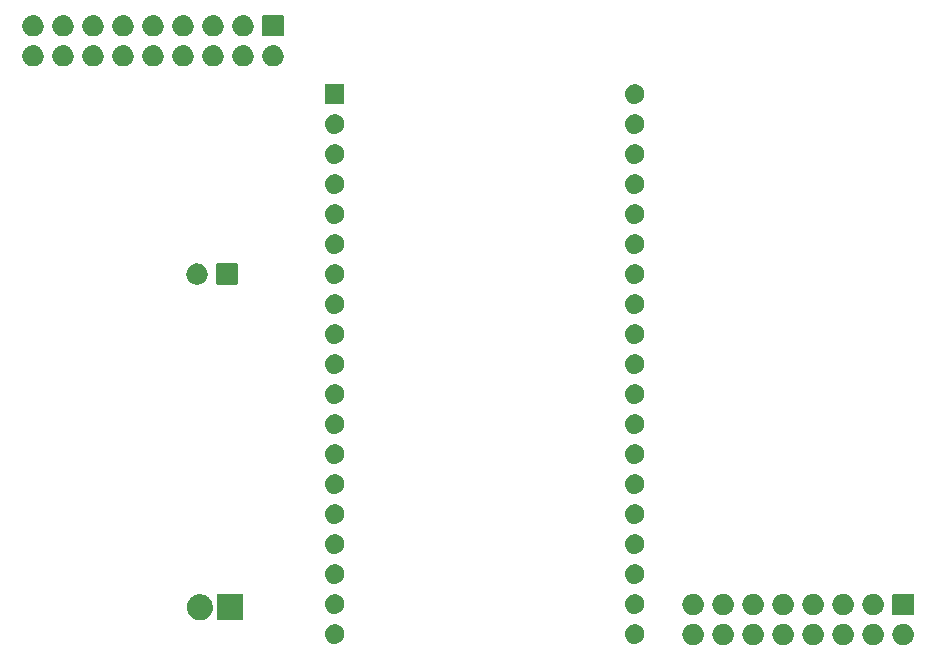
<source format=gbr>
G04 #@! TF.GenerationSoftware,KiCad,Pcbnew,(5.99.0-1157-ga17a78e42)*
G04 #@! TF.CreationDate,2020-04-19T13:41:11-07:00*
G04 #@! TF.ProjectId,signal-board,7369676e-616c-42d6-926f-6172642e6b69,rev?*
G04 #@! TF.SameCoordinates,Original*
G04 #@! TF.FileFunction,Soldermask,Bot*
G04 #@! TF.FilePolarity,Negative*
%FSLAX46Y46*%
G04 Gerber Fmt 4.6, Leading zero omitted, Abs format (unit mm)*
G04 Created by KiCad (PCBNEW (5.99.0-1157-ga17a78e42)) date 2020-04-19 13:41:11*
%MOMM*%
%LPD*%
G01*
G04 APERTURE LIST*
G04 APERTURE END LIST*
G36*
X170525158Y-105136883D02*
G01*
X170547386Y-105135796D01*
X170616258Y-105146458D01*
X170688318Y-105154032D01*
X170709375Y-105160874D01*
X170728238Y-105163794D01*
X170796542Y-105189196D01*
X170868406Y-105212546D01*
X170884838Y-105222033D01*
X170899756Y-105227581D01*
X170964253Y-105267883D01*
X171032393Y-105307224D01*
X171044145Y-105317805D01*
X171054956Y-105324561D01*
X171112379Y-105379244D01*
X171173112Y-105433928D01*
X171180541Y-105444153D01*
X171187478Y-105450759D01*
X171234609Y-105518572D01*
X171284412Y-105587120D01*
X171288263Y-105595771D01*
X171291921Y-105601033D01*
X171325794Y-105680064D01*
X171361430Y-105760104D01*
X171362740Y-105766266D01*
X171364011Y-105769232D01*
X171382074Y-105857229D01*
X171400799Y-105945322D01*
X171400799Y-106134678D01*
X171400130Y-106137825D01*
X171400130Y-106137878D01*
X171362102Y-106316790D01*
X171362079Y-106316843D01*
X171361430Y-106319896D01*
X171324851Y-106402054D01*
X171288837Y-106484485D01*
X171286974Y-106487126D01*
X171284412Y-106492880D01*
X171232904Y-106563776D01*
X171183348Y-106634025D01*
X171178679Y-106638409D01*
X171173112Y-106646072D01*
X171110134Y-106702778D01*
X171049945Y-106759299D01*
X171041786Y-106764318D01*
X171032393Y-106772776D01*
X170961627Y-106813633D01*
X170894077Y-106855190D01*
X170882093Y-106859552D01*
X170868406Y-106867454D01*
X170793623Y-106891753D01*
X170722113Y-106917780D01*
X170706358Y-106920107D01*
X170688318Y-106925968D01*
X170613199Y-106933863D01*
X170541074Y-106944514D01*
X170522007Y-106943448D01*
X170500000Y-106945761D01*
X170427976Y-106938191D01*
X170358361Y-106934299D01*
X170336837Y-106928612D01*
X170311682Y-106925968D01*
X170245744Y-106904543D01*
X170181428Y-106887550D01*
X170158662Y-106876249D01*
X170131594Y-106867454D01*
X170074250Y-106834347D01*
X170017507Y-106806179D01*
X169994984Y-106788582D01*
X169967607Y-106772776D01*
X169920738Y-106730575D01*
X169873302Y-106693514D01*
X169852724Y-106669335D01*
X169826888Y-106646072D01*
X169791660Y-106597584D01*
X169754697Y-106554153D01*
X169737878Y-106523560D01*
X169715588Y-106492880D01*
X169692486Y-106440991D01*
X169666534Y-106393786D01*
X169655277Y-106357419D01*
X169638570Y-106319896D01*
X169627414Y-106267409D01*
X169612418Y-106218966D01*
X169608394Y-106177929D01*
X169599201Y-106134678D01*
X169599201Y-106084169D01*
X169594560Y-106036837D01*
X169599201Y-105992682D01*
X169599201Y-105945322D01*
X169609048Y-105898995D01*
X169613689Y-105854840D01*
X169628068Y-105809511D01*
X169638570Y-105760104D01*
X169656556Y-105719708D01*
X169669022Y-105680409D01*
X169693762Y-105636142D01*
X169715588Y-105587120D01*
X169739730Y-105553891D01*
X169758304Y-105520657D01*
X169793505Y-105479876D01*
X169826888Y-105433928D01*
X169855066Y-105408556D01*
X169877880Y-105382126D01*
X169923071Y-105347325D01*
X169967607Y-105307224D01*
X169997715Y-105289841D01*
X170022873Y-105270467D01*
X170076985Y-105244075D01*
X170131594Y-105212546D01*
X170161651Y-105202780D01*
X170187351Y-105190245D01*
X170248736Y-105174485D01*
X170311682Y-105154032D01*
X170339978Y-105151058D01*
X170364601Y-105144736D01*
X170431049Y-105141486D01*
X170500000Y-105134239D01*
X170525158Y-105136883D01*
G37*
G36*
X167985158Y-105136883D02*
G01*
X168007386Y-105135796D01*
X168076258Y-105146458D01*
X168148318Y-105154032D01*
X168169375Y-105160874D01*
X168188238Y-105163794D01*
X168256542Y-105189196D01*
X168328406Y-105212546D01*
X168344838Y-105222033D01*
X168359756Y-105227581D01*
X168424253Y-105267883D01*
X168492393Y-105307224D01*
X168504145Y-105317805D01*
X168514956Y-105324561D01*
X168572379Y-105379244D01*
X168633112Y-105433928D01*
X168640541Y-105444153D01*
X168647478Y-105450759D01*
X168694609Y-105518572D01*
X168744412Y-105587120D01*
X168748263Y-105595771D01*
X168751921Y-105601033D01*
X168785794Y-105680064D01*
X168821430Y-105760104D01*
X168822740Y-105766266D01*
X168824011Y-105769232D01*
X168842074Y-105857229D01*
X168860799Y-105945322D01*
X168860799Y-106134678D01*
X168860130Y-106137825D01*
X168860130Y-106137878D01*
X168822102Y-106316790D01*
X168822079Y-106316843D01*
X168821430Y-106319896D01*
X168784851Y-106402054D01*
X168748837Y-106484485D01*
X168746974Y-106487126D01*
X168744412Y-106492880D01*
X168692904Y-106563776D01*
X168643348Y-106634025D01*
X168638679Y-106638409D01*
X168633112Y-106646072D01*
X168570134Y-106702778D01*
X168509945Y-106759299D01*
X168501786Y-106764318D01*
X168492393Y-106772776D01*
X168421627Y-106813633D01*
X168354077Y-106855190D01*
X168342093Y-106859552D01*
X168328406Y-106867454D01*
X168253623Y-106891753D01*
X168182113Y-106917780D01*
X168166358Y-106920107D01*
X168148318Y-106925968D01*
X168073199Y-106933863D01*
X168001074Y-106944514D01*
X167982007Y-106943448D01*
X167960000Y-106945761D01*
X167887976Y-106938191D01*
X167818361Y-106934299D01*
X167796837Y-106928612D01*
X167771682Y-106925968D01*
X167705744Y-106904543D01*
X167641428Y-106887550D01*
X167618662Y-106876249D01*
X167591594Y-106867454D01*
X167534250Y-106834347D01*
X167477507Y-106806179D01*
X167454984Y-106788582D01*
X167427607Y-106772776D01*
X167380738Y-106730575D01*
X167333302Y-106693514D01*
X167312724Y-106669335D01*
X167286888Y-106646072D01*
X167251660Y-106597584D01*
X167214697Y-106554153D01*
X167197878Y-106523560D01*
X167175588Y-106492880D01*
X167152486Y-106440991D01*
X167126534Y-106393786D01*
X167115277Y-106357419D01*
X167098570Y-106319896D01*
X167087414Y-106267409D01*
X167072418Y-106218966D01*
X167068394Y-106177929D01*
X167059201Y-106134678D01*
X167059201Y-106084169D01*
X167054560Y-106036837D01*
X167059201Y-105992682D01*
X167059201Y-105945322D01*
X167069048Y-105898995D01*
X167073689Y-105854840D01*
X167088068Y-105809511D01*
X167098570Y-105760104D01*
X167116556Y-105719708D01*
X167129022Y-105680409D01*
X167153762Y-105636142D01*
X167175588Y-105587120D01*
X167199730Y-105553891D01*
X167218304Y-105520657D01*
X167253505Y-105479876D01*
X167286888Y-105433928D01*
X167315066Y-105408556D01*
X167337880Y-105382126D01*
X167383071Y-105347325D01*
X167427607Y-105307224D01*
X167457715Y-105289841D01*
X167482873Y-105270467D01*
X167536985Y-105244075D01*
X167591594Y-105212546D01*
X167621651Y-105202780D01*
X167647351Y-105190245D01*
X167708736Y-105174485D01*
X167771682Y-105154032D01*
X167799978Y-105151058D01*
X167824601Y-105144736D01*
X167891049Y-105141486D01*
X167960000Y-105134239D01*
X167985158Y-105136883D01*
G37*
G36*
X165445158Y-105136883D02*
G01*
X165467386Y-105135796D01*
X165536258Y-105146458D01*
X165608318Y-105154032D01*
X165629375Y-105160874D01*
X165648238Y-105163794D01*
X165716542Y-105189196D01*
X165788406Y-105212546D01*
X165804838Y-105222033D01*
X165819756Y-105227581D01*
X165884253Y-105267883D01*
X165952393Y-105307224D01*
X165964145Y-105317805D01*
X165974956Y-105324561D01*
X166032379Y-105379244D01*
X166093112Y-105433928D01*
X166100541Y-105444153D01*
X166107478Y-105450759D01*
X166154609Y-105518572D01*
X166204412Y-105587120D01*
X166208263Y-105595771D01*
X166211921Y-105601033D01*
X166245794Y-105680064D01*
X166281430Y-105760104D01*
X166282740Y-105766266D01*
X166284011Y-105769232D01*
X166302074Y-105857229D01*
X166320799Y-105945322D01*
X166320799Y-106134678D01*
X166320130Y-106137825D01*
X166320130Y-106137878D01*
X166282102Y-106316790D01*
X166282079Y-106316843D01*
X166281430Y-106319896D01*
X166244851Y-106402054D01*
X166208837Y-106484485D01*
X166206974Y-106487126D01*
X166204412Y-106492880D01*
X166152904Y-106563776D01*
X166103348Y-106634025D01*
X166098679Y-106638409D01*
X166093112Y-106646072D01*
X166030134Y-106702778D01*
X165969945Y-106759299D01*
X165961786Y-106764318D01*
X165952393Y-106772776D01*
X165881627Y-106813633D01*
X165814077Y-106855190D01*
X165802093Y-106859552D01*
X165788406Y-106867454D01*
X165713623Y-106891753D01*
X165642113Y-106917780D01*
X165626358Y-106920107D01*
X165608318Y-106925968D01*
X165533199Y-106933863D01*
X165461074Y-106944514D01*
X165442007Y-106943448D01*
X165420000Y-106945761D01*
X165347976Y-106938191D01*
X165278361Y-106934299D01*
X165256837Y-106928612D01*
X165231682Y-106925968D01*
X165165744Y-106904543D01*
X165101428Y-106887550D01*
X165078662Y-106876249D01*
X165051594Y-106867454D01*
X164994250Y-106834347D01*
X164937507Y-106806179D01*
X164914984Y-106788582D01*
X164887607Y-106772776D01*
X164840738Y-106730575D01*
X164793302Y-106693514D01*
X164772724Y-106669335D01*
X164746888Y-106646072D01*
X164711660Y-106597584D01*
X164674697Y-106554153D01*
X164657878Y-106523560D01*
X164635588Y-106492880D01*
X164612486Y-106440991D01*
X164586534Y-106393786D01*
X164575277Y-106357419D01*
X164558570Y-106319896D01*
X164547414Y-106267409D01*
X164532418Y-106218966D01*
X164528394Y-106177929D01*
X164519201Y-106134678D01*
X164519201Y-106084169D01*
X164514560Y-106036837D01*
X164519201Y-105992682D01*
X164519201Y-105945322D01*
X164529048Y-105898995D01*
X164533689Y-105854840D01*
X164548068Y-105809511D01*
X164558570Y-105760104D01*
X164576556Y-105719708D01*
X164589022Y-105680409D01*
X164613762Y-105636142D01*
X164635588Y-105587120D01*
X164659730Y-105553891D01*
X164678304Y-105520657D01*
X164713505Y-105479876D01*
X164746888Y-105433928D01*
X164775066Y-105408556D01*
X164797880Y-105382126D01*
X164843071Y-105347325D01*
X164887607Y-105307224D01*
X164917715Y-105289841D01*
X164942873Y-105270467D01*
X164996985Y-105244075D01*
X165051594Y-105212546D01*
X165081651Y-105202780D01*
X165107351Y-105190245D01*
X165168736Y-105174485D01*
X165231682Y-105154032D01*
X165259978Y-105151058D01*
X165284601Y-105144736D01*
X165351049Y-105141486D01*
X165420000Y-105134239D01*
X165445158Y-105136883D01*
G37*
G36*
X162905158Y-105136883D02*
G01*
X162927386Y-105135796D01*
X162996258Y-105146458D01*
X163068318Y-105154032D01*
X163089375Y-105160874D01*
X163108238Y-105163794D01*
X163176542Y-105189196D01*
X163248406Y-105212546D01*
X163264838Y-105222033D01*
X163279756Y-105227581D01*
X163344253Y-105267883D01*
X163412393Y-105307224D01*
X163424145Y-105317805D01*
X163434956Y-105324561D01*
X163492379Y-105379244D01*
X163553112Y-105433928D01*
X163560541Y-105444153D01*
X163567478Y-105450759D01*
X163614609Y-105518572D01*
X163664412Y-105587120D01*
X163668263Y-105595771D01*
X163671921Y-105601033D01*
X163705794Y-105680064D01*
X163741430Y-105760104D01*
X163742740Y-105766266D01*
X163744011Y-105769232D01*
X163762074Y-105857229D01*
X163780799Y-105945322D01*
X163780799Y-106134678D01*
X163780130Y-106137825D01*
X163780130Y-106137878D01*
X163742102Y-106316790D01*
X163742079Y-106316843D01*
X163741430Y-106319896D01*
X163704851Y-106402054D01*
X163668837Y-106484485D01*
X163666974Y-106487126D01*
X163664412Y-106492880D01*
X163612904Y-106563776D01*
X163563348Y-106634025D01*
X163558679Y-106638409D01*
X163553112Y-106646072D01*
X163490134Y-106702778D01*
X163429945Y-106759299D01*
X163421786Y-106764318D01*
X163412393Y-106772776D01*
X163341627Y-106813633D01*
X163274077Y-106855190D01*
X163262093Y-106859552D01*
X163248406Y-106867454D01*
X163173623Y-106891753D01*
X163102113Y-106917780D01*
X163086358Y-106920107D01*
X163068318Y-106925968D01*
X162993199Y-106933863D01*
X162921074Y-106944514D01*
X162902007Y-106943448D01*
X162880000Y-106945761D01*
X162807976Y-106938191D01*
X162738361Y-106934299D01*
X162716837Y-106928612D01*
X162691682Y-106925968D01*
X162625744Y-106904543D01*
X162561428Y-106887550D01*
X162538662Y-106876249D01*
X162511594Y-106867454D01*
X162454250Y-106834347D01*
X162397507Y-106806179D01*
X162374984Y-106788582D01*
X162347607Y-106772776D01*
X162300738Y-106730575D01*
X162253302Y-106693514D01*
X162232724Y-106669335D01*
X162206888Y-106646072D01*
X162171660Y-106597584D01*
X162134697Y-106554153D01*
X162117878Y-106523560D01*
X162095588Y-106492880D01*
X162072486Y-106440991D01*
X162046534Y-106393786D01*
X162035277Y-106357419D01*
X162018570Y-106319896D01*
X162007414Y-106267409D01*
X161992418Y-106218966D01*
X161988394Y-106177929D01*
X161979201Y-106134678D01*
X161979201Y-106084169D01*
X161974560Y-106036837D01*
X161979201Y-105992682D01*
X161979201Y-105945322D01*
X161989048Y-105898995D01*
X161993689Y-105854840D01*
X162008068Y-105809511D01*
X162018570Y-105760104D01*
X162036556Y-105719708D01*
X162049022Y-105680409D01*
X162073762Y-105636142D01*
X162095588Y-105587120D01*
X162119730Y-105553891D01*
X162138304Y-105520657D01*
X162173505Y-105479876D01*
X162206888Y-105433928D01*
X162235066Y-105408556D01*
X162257880Y-105382126D01*
X162303071Y-105347325D01*
X162347607Y-105307224D01*
X162377715Y-105289841D01*
X162402873Y-105270467D01*
X162456985Y-105244075D01*
X162511594Y-105212546D01*
X162541651Y-105202780D01*
X162567351Y-105190245D01*
X162628736Y-105174485D01*
X162691682Y-105154032D01*
X162719978Y-105151058D01*
X162744601Y-105144736D01*
X162811049Y-105141486D01*
X162880000Y-105134239D01*
X162905158Y-105136883D01*
G37*
G36*
X160365158Y-105136883D02*
G01*
X160387386Y-105135796D01*
X160456258Y-105146458D01*
X160528318Y-105154032D01*
X160549375Y-105160874D01*
X160568238Y-105163794D01*
X160636542Y-105189196D01*
X160708406Y-105212546D01*
X160724838Y-105222033D01*
X160739756Y-105227581D01*
X160804253Y-105267883D01*
X160872393Y-105307224D01*
X160884145Y-105317805D01*
X160894956Y-105324561D01*
X160952379Y-105379244D01*
X161013112Y-105433928D01*
X161020541Y-105444153D01*
X161027478Y-105450759D01*
X161074609Y-105518572D01*
X161124412Y-105587120D01*
X161128263Y-105595771D01*
X161131921Y-105601033D01*
X161165794Y-105680064D01*
X161201430Y-105760104D01*
X161202740Y-105766266D01*
X161204011Y-105769232D01*
X161222074Y-105857229D01*
X161240799Y-105945322D01*
X161240799Y-106134678D01*
X161240130Y-106137825D01*
X161240130Y-106137878D01*
X161202102Y-106316790D01*
X161202079Y-106316843D01*
X161201430Y-106319896D01*
X161164851Y-106402054D01*
X161128837Y-106484485D01*
X161126974Y-106487126D01*
X161124412Y-106492880D01*
X161072904Y-106563776D01*
X161023348Y-106634025D01*
X161018679Y-106638409D01*
X161013112Y-106646072D01*
X160950134Y-106702778D01*
X160889945Y-106759299D01*
X160881786Y-106764318D01*
X160872393Y-106772776D01*
X160801627Y-106813633D01*
X160734077Y-106855190D01*
X160722093Y-106859552D01*
X160708406Y-106867454D01*
X160633623Y-106891753D01*
X160562113Y-106917780D01*
X160546358Y-106920107D01*
X160528318Y-106925968D01*
X160453199Y-106933863D01*
X160381074Y-106944514D01*
X160362007Y-106943448D01*
X160340000Y-106945761D01*
X160267976Y-106938191D01*
X160198361Y-106934299D01*
X160176837Y-106928612D01*
X160151682Y-106925968D01*
X160085744Y-106904543D01*
X160021428Y-106887550D01*
X159998662Y-106876249D01*
X159971594Y-106867454D01*
X159914250Y-106834347D01*
X159857507Y-106806179D01*
X159834984Y-106788582D01*
X159807607Y-106772776D01*
X159760738Y-106730575D01*
X159713302Y-106693514D01*
X159692724Y-106669335D01*
X159666888Y-106646072D01*
X159631660Y-106597584D01*
X159594697Y-106554153D01*
X159577878Y-106523560D01*
X159555588Y-106492880D01*
X159532486Y-106440991D01*
X159506534Y-106393786D01*
X159495277Y-106357419D01*
X159478570Y-106319896D01*
X159467414Y-106267409D01*
X159452418Y-106218966D01*
X159448394Y-106177929D01*
X159439201Y-106134678D01*
X159439201Y-106084169D01*
X159434560Y-106036837D01*
X159439201Y-105992682D01*
X159439201Y-105945322D01*
X159449048Y-105898995D01*
X159453689Y-105854840D01*
X159468068Y-105809511D01*
X159478570Y-105760104D01*
X159496556Y-105719708D01*
X159509022Y-105680409D01*
X159533762Y-105636142D01*
X159555588Y-105587120D01*
X159579730Y-105553891D01*
X159598304Y-105520657D01*
X159633505Y-105479876D01*
X159666888Y-105433928D01*
X159695066Y-105408556D01*
X159717880Y-105382126D01*
X159763071Y-105347325D01*
X159807607Y-105307224D01*
X159837715Y-105289841D01*
X159862873Y-105270467D01*
X159916985Y-105244075D01*
X159971594Y-105212546D01*
X160001651Y-105202780D01*
X160027351Y-105190245D01*
X160088736Y-105174485D01*
X160151682Y-105154032D01*
X160179978Y-105151058D01*
X160204601Y-105144736D01*
X160271049Y-105141486D01*
X160340000Y-105134239D01*
X160365158Y-105136883D01*
G37*
G36*
X152745158Y-105136883D02*
G01*
X152767386Y-105135796D01*
X152836258Y-105146458D01*
X152908318Y-105154032D01*
X152929375Y-105160874D01*
X152948238Y-105163794D01*
X153016542Y-105189196D01*
X153088406Y-105212546D01*
X153104838Y-105222033D01*
X153119756Y-105227581D01*
X153184253Y-105267883D01*
X153252393Y-105307224D01*
X153264145Y-105317805D01*
X153274956Y-105324561D01*
X153332379Y-105379244D01*
X153393112Y-105433928D01*
X153400541Y-105444153D01*
X153407478Y-105450759D01*
X153454609Y-105518572D01*
X153504412Y-105587120D01*
X153508263Y-105595771D01*
X153511921Y-105601033D01*
X153545794Y-105680064D01*
X153581430Y-105760104D01*
X153582740Y-105766266D01*
X153584011Y-105769232D01*
X153602074Y-105857229D01*
X153620799Y-105945322D01*
X153620799Y-106134678D01*
X153620130Y-106137825D01*
X153620130Y-106137878D01*
X153582102Y-106316790D01*
X153582079Y-106316843D01*
X153581430Y-106319896D01*
X153544851Y-106402054D01*
X153508837Y-106484485D01*
X153506974Y-106487126D01*
X153504412Y-106492880D01*
X153452904Y-106563776D01*
X153403348Y-106634025D01*
X153398679Y-106638409D01*
X153393112Y-106646072D01*
X153330134Y-106702778D01*
X153269945Y-106759299D01*
X153261786Y-106764318D01*
X153252393Y-106772776D01*
X153181627Y-106813633D01*
X153114077Y-106855190D01*
X153102093Y-106859552D01*
X153088406Y-106867454D01*
X153013623Y-106891753D01*
X152942113Y-106917780D01*
X152926358Y-106920107D01*
X152908318Y-106925968D01*
X152833199Y-106933863D01*
X152761074Y-106944514D01*
X152742007Y-106943448D01*
X152720000Y-106945761D01*
X152647976Y-106938191D01*
X152578361Y-106934299D01*
X152556837Y-106928612D01*
X152531682Y-106925968D01*
X152465744Y-106904543D01*
X152401428Y-106887550D01*
X152378662Y-106876249D01*
X152351594Y-106867454D01*
X152294250Y-106834347D01*
X152237507Y-106806179D01*
X152214984Y-106788582D01*
X152187607Y-106772776D01*
X152140738Y-106730575D01*
X152093302Y-106693514D01*
X152072724Y-106669335D01*
X152046888Y-106646072D01*
X152011660Y-106597584D01*
X151974697Y-106554153D01*
X151957878Y-106523560D01*
X151935588Y-106492880D01*
X151912486Y-106440991D01*
X151886534Y-106393786D01*
X151875277Y-106357419D01*
X151858570Y-106319896D01*
X151847414Y-106267409D01*
X151832418Y-106218966D01*
X151828394Y-106177929D01*
X151819201Y-106134678D01*
X151819201Y-106084169D01*
X151814560Y-106036837D01*
X151819201Y-105992682D01*
X151819201Y-105945322D01*
X151829048Y-105898995D01*
X151833689Y-105854840D01*
X151848068Y-105809511D01*
X151858570Y-105760104D01*
X151876556Y-105719708D01*
X151889022Y-105680409D01*
X151913762Y-105636142D01*
X151935588Y-105587120D01*
X151959730Y-105553891D01*
X151978304Y-105520657D01*
X152013505Y-105479876D01*
X152046888Y-105433928D01*
X152075066Y-105408556D01*
X152097880Y-105382126D01*
X152143071Y-105347325D01*
X152187607Y-105307224D01*
X152217715Y-105289841D01*
X152242873Y-105270467D01*
X152296985Y-105244075D01*
X152351594Y-105212546D01*
X152381651Y-105202780D01*
X152407351Y-105190245D01*
X152468736Y-105174485D01*
X152531682Y-105154032D01*
X152559978Y-105151058D01*
X152584601Y-105144736D01*
X152651049Y-105141486D01*
X152720000Y-105134239D01*
X152745158Y-105136883D01*
G37*
G36*
X155285158Y-105136883D02*
G01*
X155307386Y-105135796D01*
X155376258Y-105146458D01*
X155448318Y-105154032D01*
X155469375Y-105160874D01*
X155488238Y-105163794D01*
X155556542Y-105189196D01*
X155628406Y-105212546D01*
X155644838Y-105222033D01*
X155659756Y-105227581D01*
X155724253Y-105267883D01*
X155792393Y-105307224D01*
X155804145Y-105317805D01*
X155814956Y-105324561D01*
X155872379Y-105379244D01*
X155933112Y-105433928D01*
X155940541Y-105444153D01*
X155947478Y-105450759D01*
X155994609Y-105518572D01*
X156044412Y-105587120D01*
X156048263Y-105595771D01*
X156051921Y-105601033D01*
X156085794Y-105680064D01*
X156121430Y-105760104D01*
X156122740Y-105766266D01*
X156124011Y-105769232D01*
X156142074Y-105857229D01*
X156160799Y-105945322D01*
X156160799Y-106134678D01*
X156160130Y-106137825D01*
X156160130Y-106137878D01*
X156122102Y-106316790D01*
X156122079Y-106316843D01*
X156121430Y-106319896D01*
X156084851Y-106402054D01*
X156048837Y-106484485D01*
X156046974Y-106487126D01*
X156044412Y-106492880D01*
X155992904Y-106563776D01*
X155943348Y-106634025D01*
X155938679Y-106638409D01*
X155933112Y-106646072D01*
X155870134Y-106702778D01*
X155809945Y-106759299D01*
X155801786Y-106764318D01*
X155792393Y-106772776D01*
X155721627Y-106813633D01*
X155654077Y-106855190D01*
X155642093Y-106859552D01*
X155628406Y-106867454D01*
X155553623Y-106891753D01*
X155482113Y-106917780D01*
X155466358Y-106920107D01*
X155448318Y-106925968D01*
X155373199Y-106933863D01*
X155301074Y-106944514D01*
X155282007Y-106943448D01*
X155260000Y-106945761D01*
X155187976Y-106938191D01*
X155118361Y-106934299D01*
X155096837Y-106928612D01*
X155071682Y-106925968D01*
X155005744Y-106904543D01*
X154941428Y-106887550D01*
X154918662Y-106876249D01*
X154891594Y-106867454D01*
X154834250Y-106834347D01*
X154777507Y-106806179D01*
X154754984Y-106788582D01*
X154727607Y-106772776D01*
X154680738Y-106730575D01*
X154633302Y-106693514D01*
X154612724Y-106669335D01*
X154586888Y-106646072D01*
X154551660Y-106597584D01*
X154514697Y-106554153D01*
X154497878Y-106523560D01*
X154475588Y-106492880D01*
X154452486Y-106440991D01*
X154426534Y-106393786D01*
X154415277Y-106357419D01*
X154398570Y-106319896D01*
X154387414Y-106267409D01*
X154372418Y-106218966D01*
X154368394Y-106177929D01*
X154359201Y-106134678D01*
X154359201Y-106084169D01*
X154354560Y-106036837D01*
X154359201Y-105992682D01*
X154359201Y-105945322D01*
X154369048Y-105898995D01*
X154373689Y-105854840D01*
X154388068Y-105809511D01*
X154398570Y-105760104D01*
X154416556Y-105719708D01*
X154429022Y-105680409D01*
X154453762Y-105636142D01*
X154475588Y-105587120D01*
X154499730Y-105553891D01*
X154518304Y-105520657D01*
X154553505Y-105479876D01*
X154586888Y-105433928D01*
X154615066Y-105408556D01*
X154637880Y-105382126D01*
X154683071Y-105347325D01*
X154727607Y-105307224D01*
X154757715Y-105289841D01*
X154782873Y-105270467D01*
X154836985Y-105244075D01*
X154891594Y-105212546D01*
X154921651Y-105202780D01*
X154947351Y-105190245D01*
X155008736Y-105174485D01*
X155071682Y-105154032D01*
X155099978Y-105151058D01*
X155124601Y-105144736D01*
X155191049Y-105141486D01*
X155260000Y-105134239D01*
X155285158Y-105136883D01*
G37*
G36*
X157825158Y-105136883D02*
G01*
X157847386Y-105135796D01*
X157916258Y-105146458D01*
X157988318Y-105154032D01*
X158009375Y-105160874D01*
X158028238Y-105163794D01*
X158096542Y-105189196D01*
X158168406Y-105212546D01*
X158184838Y-105222033D01*
X158199756Y-105227581D01*
X158264253Y-105267883D01*
X158332393Y-105307224D01*
X158344145Y-105317805D01*
X158354956Y-105324561D01*
X158412379Y-105379244D01*
X158473112Y-105433928D01*
X158480541Y-105444153D01*
X158487478Y-105450759D01*
X158534609Y-105518572D01*
X158584412Y-105587120D01*
X158588263Y-105595771D01*
X158591921Y-105601033D01*
X158625794Y-105680064D01*
X158661430Y-105760104D01*
X158662740Y-105766266D01*
X158664011Y-105769232D01*
X158682074Y-105857229D01*
X158700799Y-105945322D01*
X158700799Y-106134678D01*
X158700130Y-106137825D01*
X158700130Y-106137878D01*
X158662102Y-106316790D01*
X158662079Y-106316843D01*
X158661430Y-106319896D01*
X158624851Y-106402054D01*
X158588837Y-106484485D01*
X158586974Y-106487126D01*
X158584412Y-106492880D01*
X158532904Y-106563776D01*
X158483348Y-106634025D01*
X158478679Y-106638409D01*
X158473112Y-106646072D01*
X158410134Y-106702778D01*
X158349945Y-106759299D01*
X158341786Y-106764318D01*
X158332393Y-106772776D01*
X158261627Y-106813633D01*
X158194077Y-106855190D01*
X158182093Y-106859552D01*
X158168406Y-106867454D01*
X158093623Y-106891753D01*
X158022113Y-106917780D01*
X158006358Y-106920107D01*
X157988318Y-106925968D01*
X157913199Y-106933863D01*
X157841074Y-106944514D01*
X157822007Y-106943448D01*
X157800000Y-106945761D01*
X157727976Y-106938191D01*
X157658361Y-106934299D01*
X157636837Y-106928612D01*
X157611682Y-106925968D01*
X157545744Y-106904543D01*
X157481428Y-106887550D01*
X157458662Y-106876249D01*
X157431594Y-106867454D01*
X157374250Y-106834347D01*
X157317507Y-106806179D01*
X157294984Y-106788582D01*
X157267607Y-106772776D01*
X157220738Y-106730575D01*
X157173302Y-106693514D01*
X157152724Y-106669335D01*
X157126888Y-106646072D01*
X157091660Y-106597584D01*
X157054697Y-106554153D01*
X157037878Y-106523560D01*
X157015588Y-106492880D01*
X156992486Y-106440991D01*
X156966534Y-106393786D01*
X156955277Y-106357419D01*
X156938570Y-106319896D01*
X156927414Y-106267409D01*
X156912418Y-106218966D01*
X156908394Y-106177929D01*
X156899201Y-106134678D01*
X156899201Y-106084169D01*
X156894560Y-106036837D01*
X156899201Y-105992682D01*
X156899201Y-105945322D01*
X156909048Y-105898995D01*
X156913689Y-105854840D01*
X156928068Y-105809511D01*
X156938570Y-105760104D01*
X156956556Y-105719708D01*
X156969022Y-105680409D01*
X156993762Y-105636142D01*
X157015588Y-105587120D01*
X157039730Y-105553891D01*
X157058304Y-105520657D01*
X157093505Y-105479876D01*
X157126888Y-105433928D01*
X157155066Y-105408556D01*
X157177880Y-105382126D01*
X157223071Y-105347325D01*
X157267607Y-105307224D01*
X157297715Y-105289841D01*
X157322873Y-105270467D01*
X157376985Y-105244075D01*
X157431594Y-105212546D01*
X157461651Y-105202780D01*
X157487351Y-105190245D01*
X157548736Y-105174485D01*
X157611682Y-105154032D01*
X157639978Y-105151058D01*
X157664601Y-105144736D01*
X157731049Y-105141486D01*
X157800000Y-105134239D01*
X157825158Y-105136883D01*
G37*
G36*
X122493715Y-105175523D02*
G01*
X122667577Y-105224066D01*
X122826959Y-105308810D01*
X122964421Y-105425800D01*
X123073559Y-105569583D01*
X123149274Y-105733446D01*
X123188017Y-105909657D01*
X123188017Y-105909663D01*
X123188035Y-105909745D01*
X123187385Y-106096053D01*
X123187365Y-106096141D01*
X123147393Y-106272077D01*
X123070538Y-106435405D01*
X122960397Y-106578425D01*
X122822121Y-106694453D01*
X122662151Y-106778083D01*
X122487960Y-106825410D01*
X122307662Y-106834228D01*
X122129680Y-106804124D01*
X121962312Y-106736503D01*
X121813375Y-106634523D01*
X121689808Y-106502938D01*
X121597376Y-106347882D01*
X121540400Y-106176603D01*
X121521531Y-105997083D01*
X121541652Y-105817700D01*
X121599825Y-105646818D01*
X121693333Y-105492416D01*
X121817815Y-105361699D01*
X121817817Y-105361697D01*
X121967467Y-105260757D01*
X121967466Y-105260757D01*
X121967468Y-105260756D01*
X122135303Y-105194306D01*
X122313487Y-105165446D01*
X122493715Y-105175523D01*
G37*
G36*
X147893715Y-105175523D02*
G01*
X148067577Y-105224066D01*
X148226959Y-105308810D01*
X148364421Y-105425800D01*
X148473559Y-105569583D01*
X148549274Y-105733446D01*
X148588017Y-105909657D01*
X148588017Y-105909663D01*
X148588035Y-105909745D01*
X148587385Y-106096053D01*
X148587365Y-106096141D01*
X148547393Y-106272077D01*
X148470538Y-106435405D01*
X148360397Y-106578425D01*
X148222121Y-106694453D01*
X148062151Y-106778083D01*
X147887960Y-106825410D01*
X147707662Y-106834228D01*
X147529680Y-106804124D01*
X147362312Y-106736503D01*
X147213375Y-106634523D01*
X147089808Y-106502938D01*
X146997376Y-106347882D01*
X146940400Y-106176603D01*
X146921531Y-105997083D01*
X146941652Y-105817700D01*
X146999825Y-105646818D01*
X147093333Y-105492416D01*
X147217815Y-105361699D01*
X147217817Y-105361697D01*
X147367467Y-105260757D01*
X147367466Y-105260757D01*
X147367468Y-105260756D01*
X147535303Y-105194306D01*
X147713487Y-105165446D01*
X147893715Y-105175523D01*
G37*
G36*
X111045813Y-102624873D02*
G01*
X111118675Y-102628437D01*
X111148205Y-102635636D01*
X111175677Y-102638523D01*
X111248318Y-102660040D01*
X111322752Y-102678185D01*
X111346903Y-102689242D01*
X111369656Y-102695982D01*
X111440807Y-102732235D01*
X111513739Y-102765626D01*
X111532238Y-102778821D01*
X111549923Y-102787832D01*
X111616610Y-102839003D01*
X111684746Y-102887604D01*
X111697768Y-102901278D01*
X111710427Y-102910992D01*
X111769589Y-102976698D01*
X111829602Y-103039718D01*
X111837725Y-103052370D01*
X111845801Y-103061340D01*
X111894477Y-103140771D01*
X111943081Y-103216480D01*
X111947233Y-103226860D01*
X111951510Y-103233840D01*
X111986911Y-103326063D01*
X112021088Y-103411511D01*
X112022474Y-103418706D01*
X112024014Y-103422719D01*
X112043688Y-103528871D01*
X112060808Y-103617774D01*
X112060243Y-103833589D01*
X112054423Y-103862982D01*
X112053923Y-103882083D01*
X112035197Y-103960082D01*
X112019444Y-104039641D01*
X112011254Y-104059810D01*
X112006849Y-104078159D01*
X111972234Y-104155906D01*
X111940417Y-104234261D01*
X111930655Y-104249294D01*
X111924562Y-104262978D01*
X111873857Y-104336755D01*
X111826014Y-104410426D01*
X111816252Y-104420570D01*
X111809967Y-104429715D01*
X111743201Y-104496481D01*
X111680363Y-104561779D01*
X111672012Y-104567670D01*
X111666915Y-104572767D01*
X111584160Y-104629643D01*
X111508720Y-104682860D01*
X111502914Y-104685481D01*
X111500178Y-104687362D01*
X111397581Y-104733041D01*
X111317277Y-104769300D01*
X111256943Y-104783674D01*
X111118633Y-104816879D01*
X111117258Y-104816951D01*
X111112943Y-104817979D01*
X111021230Y-104821984D01*
X110916597Y-104827467D01*
X110911379Y-104826780D01*
X110903090Y-104827142D01*
X110812355Y-104813743D01*
X110716012Y-104801059D01*
X110707306Y-104798230D01*
X110695291Y-104796456D01*
X110611035Y-104766950D01*
X110523603Y-104738542D01*
X110512139Y-104732317D01*
X110497043Y-104727031D01*
X110422551Y-104683676D01*
X110345807Y-104642007D01*
X110332645Y-104631349D01*
X110315500Y-104621370D01*
X110253084Y-104566921D01*
X110188579Y-104514686D01*
X110175058Y-104498855D01*
X110157212Y-104483287D01*
X110108381Y-104420786D01*
X110057185Y-104360843D01*
X110044832Y-104339446D01*
X110027891Y-104317763D01*
X109993402Y-104250367D01*
X109956031Y-104185637D01*
X109946488Y-104158689D01*
X109932202Y-104130772D01*
X109912102Y-104061589D01*
X109888496Y-103994928D01*
X109883415Y-103962846D01*
X109873599Y-103929060D01*
X109867287Y-103861019D01*
X109856848Y-103795107D01*
X109857800Y-103758747D01*
X109854197Y-103719905D01*
X109860501Y-103655613D01*
X109862144Y-103592856D01*
X109870516Y-103553471D01*
X109874694Y-103510855D01*
X109891973Y-103452522D01*
X109904206Y-103394970D01*
X109921106Y-103354170D01*
X109934352Y-103309452D01*
X109960617Y-103258781D01*
X109981629Y-103208055D01*
X110007807Y-103167744D01*
X110031019Y-103122964D01*
X110064040Y-103081152D01*
X110091817Y-103038379D01*
X110127597Y-103000675D01*
X110161205Y-102958120D01*
X110198668Y-102925783D01*
X110231079Y-102891629D01*
X110276290Y-102858781D01*
X110320214Y-102820867D01*
X110359822Y-102798092D01*
X110394758Y-102772709D01*
X110448751Y-102746955D01*
X110502308Y-102716159D01*
X110541892Y-102702529D01*
X110577363Y-102685610D01*
X110638959Y-102669106D01*
X110700916Y-102647772D01*
X110738590Y-102642410D01*
X110772781Y-102633249D01*
X110840304Y-102627935D01*
X110908873Y-102618176D01*
X110943054Y-102619848D01*
X110974471Y-102617375D01*
X111045813Y-102624873D01*
G37*
G36*
X114569822Y-102624948D02*
G01*
X114586625Y-102636175D01*
X114597852Y-102652978D01*
X114602785Y-102677775D01*
X114602785Y-104767825D01*
X114597852Y-104792622D01*
X114586625Y-104809425D01*
X114569822Y-104820652D01*
X114545025Y-104825585D01*
X112454975Y-104825585D01*
X112430178Y-104820652D01*
X112413375Y-104809425D01*
X112402148Y-104792622D01*
X112397215Y-104767825D01*
X112397215Y-102677775D01*
X112402148Y-102652978D01*
X112413375Y-102636175D01*
X112430178Y-102624948D01*
X112454975Y-102620015D01*
X114545025Y-102620015D01*
X114569822Y-102624948D01*
G37*
G36*
X167985158Y-102596883D02*
G01*
X168007386Y-102595796D01*
X168076258Y-102606458D01*
X168148318Y-102614032D01*
X168169375Y-102620874D01*
X168188238Y-102623794D01*
X168256542Y-102649196D01*
X168328406Y-102672546D01*
X168344838Y-102682033D01*
X168359756Y-102687581D01*
X168424253Y-102727883D01*
X168492393Y-102767224D01*
X168504145Y-102777805D01*
X168514956Y-102784561D01*
X168572379Y-102839244D01*
X168633112Y-102893928D01*
X168640541Y-102904153D01*
X168647478Y-102910759D01*
X168694609Y-102978572D01*
X168744412Y-103047120D01*
X168748263Y-103055771D01*
X168751921Y-103061033D01*
X168785794Y-103140064D01*
X168821430Y-103220104D01*
X168822740Y-103226266D01*
X168824011Y-103229232D01*
X168842074Y-103317229D01*
X168860799Y-103405322D01*
X168860799Y-103594678D01*
X168860130Y-103597825D01*
X168860130Y-103597878D01*
X168822102Y-103776790D01*
X168822079Y-103776843D01*
X168821430Y-103779896D01*
X168784851Y-103862054D01*
X168748837Y-103944485D01*
X168746974Y-103947126D01*
X168744412Y-103952880D01*
X168692904Y-104023776D01*
X168643348Y-104094025D01*
X168638679Y-104098409D01*
X168633112Y-104106072D01*
X168570134Y-104162778D01*
X168509945Y-104219299D01*
X168501786Y-104224318D01*
X168492393Y-104232776D01*
X168421627Y-104273633D01*
X168354077Y-104315190D01*
X168342093Y-104319552D01*
X168328406Y-104327454D01*
X168253623Y-104351753D01*
X168182113Y-104377780D01*
X168166358Y-104380107D01*
X168148318Y-104385968D01*
X168073199Y-104393863D01*
X168001074Y-104404514D01*
X167982007Y-104403448D01*
X167960000Y-104405761D01*
X167887976Y-104398191D01*
X167818361Y-104394299D01*
X167796837Y-104388612D01*
X167771682Y-104385968D01*
X167705744Y-104364543D01*
X167641428Y-104347550D01*
X167618662Y-104336249D01*
X167591594Y-104327454D01*
X167534250Y-104294347D01*
X167477507Y-104266179D01*
X167454984Y-104248582D01*
X167427607Y-104232776D01*
X167380738Y-104190575D01*
X167333302Y-104153514D01*
X167312724Y-104129335D01*
X167286888Y-104106072D01*
X167251660Y-104057584D01*
X167214697Y-104014153D01*
X167197878Y-103983560D01*
X167175588Y-103952880D01*
X167152486Y-103900991D01*
X167126534Y-103853786D01*
X167115277Y-103817419D01*
X167098570Y-103779896D01*
X167087414Y-103727409D01*
X167072418Y-103678966D01*
X167068394Y-103637929D01*
X167059201Y-103594678D01*
X167059201Y-103544169D01*
X167054560Y-103496837D01*
X167059201Y-103452682D01*
X167059201Y-103405322D01*
X167069048Y-103358995D01*
X167073689Y-103314840D01*
X167088068Y-103269511D01*
X167098570Y-103220104D01*
X167116556Y-103179708D01*
X167129022Y-103140409D01*
X167153762Y-103096142D01*
X167175588Y-103047120D01*
X167199730Y-103013891D01*
X167218304Y-102980657D01*
X167253505Y-102939876D01*
X167286888Y-102893928D01*
X167315066Y-102868556D01*
X167337880Y-102842126D01*
X167383071Y-102807325D01*
X167427607Y-102767224D01*
X167457715Y-102749841D01*
X167482873Y-102730467D01*
X167536985Y-102704075D01*
X167591594Y-102672546D01*
X167621651Y-102662780D01*
X167647351Y-102650245D01*
X167708736Y-102634485D01*
X167771682Y-102614032D01*
X167799978Y-102611058D01*
X167824601Y-102604736D01*
X167891049Y-102601486D01*
X167960000Y-102594239D01*
X167985158Y-102596883D01*
G37*
G36*
X165445158Y-102596883D02*
G01*
X165467386Y-102595796D01*
X165536258Y-102606458D01*
X165608318Y-102614032D01*
X165629375Y-102620874D01*
X165648238Y-102623794D01*
X165716542Y-102649196D01*
X165788406Y-102672546D01*
X165804838Y-102682033D01*
X165819756Y-102687581D01*
X165884253Y-102727883D01*
X165952393Y-102767224D01*
X165964145Y-102777805D01*
X165974956Y-102784561D01*
X166032379Y-102839244D01*
X166093112Y-102893928D01*
X166100541Y-102904153D01*
X166107478Y-102910759D01*
X166154609Y-102978572D01*
X166204412Y-103047120D01*
X166208263Y-103055771D01*
X166211921Y-103061033D01*
X166245794Y-103140064D01*
X166281430Y-103220104D01*
X166282740Y-103226266D01*
X166284011Y-103229232D01*
X166302074Y-103317229D01*
X166320799Y-103405322D01*
X166320799Y-103594678D01*
X166320130Y-103597825D01*
X166320130Y-103597878D01*
X166282102Y-103776790D01*
X166282079Y-103776843D01*
X166281430Y-103779896D01*
X166244851Y-103862054D01*
X166208837Y-103944485D01*
X166206974Y-103947126D01*
X166204412Y-103952880D01*
X166152904Y-104023776D01*
X166103348Y-104094025D01*
X166098679Y-104098409D01*
X166093112Y-104106072D01*
X166030134Y-104162778D01*
X165969945Y-104219299D01*
X165961786Y-104224318D01*
X165952393Y-104232776D01*
X165881627Y-104273633D01*
X165814077Y-104315190D01*
X165802093Y-104319552D01*
X165788406Y-104327454D01*
X165713623Y-104351753D01*
X165642113Y-104377780D01*
X165626358Y-104380107D01*
X165608318Y-104385968D01*
X165533199Y-104393863D01*
X165461074Y-104404514D01*
X165442007Y-104403448D01*
X165420000Y-104405761D01*
X165347976Y-104398191D01*
X165278361Y-104394299D01*
X165256837Y-104388612D01*
X165231682Y-104385968D01*
X165165744Y-104364543D01*
X165101428Y-104347550D01*
X165078662Y-104336249D01*
X165051594Y-104327454D01*
X164994250Y-104294347D01*
X164937507Y-104266179D01*
X164914984Y-104248582D01*
X164887607Y-104232776D01*
X164840738Y-104190575D01*
X164793302Y-104153514D01*
X164772724Y-104129335D01*
X164746888Y-104106072D01*
X164711660Y-104057584D01*
X164674697Y-104014153D01*
X164657878Y-103983560D01*
X164635588Y-103952880D01*
X164612486Y-103900991D01*
X164586534Y-103853786D01*
X164575277Y-103817419D01*
X164558570Y-103779896D01*
X164547414Y-103727409D01*
X164532418Y-103678966D01*
X164528394Y-103637929D01*
X164519201Y-103594678D01*
X164519201Y-103544169D01*
X164514560Y-103496837D01*
X164519201Y-103452682D01*
X164519201Y-103405322D01*
X164529048Y-103358995D01*
X164533689Y-103314840D01*
X164548068Y-103269511D01*
X164558570Y-103220104D01*
X164576556Y-103179708D01*
X164589022Y-103140409D01*
X164613762Y-103096142D01*
X164635588Y-103047120D01*
X164659730Y-103013891D01*
X164678304Y-102980657D01*
X164713505Y-102939876D01*
X164746888Y-102893928D01*
X164775066Y-102868556D01*
X164797880Y-102842126D01*
X164843071Y-102807325D01*
X164887607Y-102767224D01*
X164917715Y-102749841D01*
X164942873Y-102730467D01*
X164996985Y-102704075D01*
X165051594Y-102672546D01*
X165081651Y-102662780D01*
X165107351Y-102650245D01*
X165168736Y-102634485D01*
X165231682Y-102614032D01*
X165259978Y-102611058D01*
X165284601Y-102604736D01*
X165351049Y-102601486D01*
X165420000Y-102594239D01*
X165445158Y-102596883D01*
G37*
G36*
X162905158Y-102596883D02*
G01*
X162927386Y-102595796D01*
X162996258Y-102606458D01*
X163068318Y-102614032D01*
X163089375Y-102620874D01*
X163108238Y-102623794D01*
X163176542Y-102649196D01*
X163248406Y-102672546D01*
X163264838Y-102682033D01*
X163279756Y-102687581D01*
X163344253Y-102727883D01*
X163412393Y-102767224D01*
X163424145Y-102777805D01*
X163434956Y-102784561D01*
X163492379Y-102839244D01*
X163553112Y-102893928D01*
X163560541Y-102904153D01*
X163567478Y-102910759D01*
X163614609Y-102978572D01*
X163664412Y-103047120D01*
X163668263Y-103055771D01*
X163671921Y-103061033D01*
X163705794Y-103140064D01*
X163741430Y-103220104D01*
X163742740Y-103226266D01*
X163744011Y-103229232D01*
X163762074Y-103317229D01*
X163780799Y-103405322D01*
X163780799Y-103594678D01*
X163780130Y-103597825D01*
X163780130Y-103597878D01*
X163742102Y-103776790D01*
X163742079Y-103776843D01*
X163741430Y-103779896D01*
X163704851Y-103862054D01*
X163668837Y-103944485D01*
X163666974Y-103947126D01*
X163664412Y-103952880D01*
X163612904Y-104023776D01*
X163563348Y-104094025D01*
X163558679Y-104098409D01*
X163553112Y-104106072D01*
X163490134Y-104162778D01*
X163429945Y-104219299D01*
X163421786Y-104224318D01*
X163412393Y-104232776D01*
X163341627Y-104273633D01*
X163274077Y-104315190D01*
X163262093Y-104319552D01*
X163248406Y-104327454D01*
X163173623Y-104351753D01*
X163102113Y-104377780D01*
X163086358Y-104380107D01*
X163068318Y-104385968D01*
X162993199Y-104393863D01*
X162921074Y-104404514D01*
X162902007Y-104403448D01*
X162880000Y-104405761D01*
X162807976Y-104398191D01*
X162738361Y-104394299D01*
X162716837Y-104388612D01*
X162691682Y-104385968D01*
X162625744Y-104364543D01*
X162561428Y-104347550D01*
X162538662Y-104336249D01*
X162511594Y-104327454D01*
X162454250Y-104294347D01*
X162397507Y-104266179D01*
X162374984Y-104248582D01*
X162347607Y-104232776D01*
X162300738Y-104190575D01*
X162253302Y-104153514D01*
X162232724Y-104129335D01*
X162206888Y-104106072D01*
X162171660Y-104057584D01*
X162134697Y-104014153D01*
X162117878Y-103983560D01*
X162095588Y-103952880D01*
X162072486Y-103900991D01*
X162046534Y-103853786D01*
X162035277Y-103817419D01*
X162018570Y-103779896D01*
X162007414Y-103727409D01*
X161992418Y-103678966D01*
X161988394Y-103637929D01*
X161979201Y-103594678D01*
X161979201Y-103544169D01*
X161974560Y-103496837D01*
X161979201Y-103452682D01*
X161979201Y-103405322D01*
X161989048Y-103358995D01*
X161993689Y-103314840D01*
X162008068Y-103269511D01*
X162018570Y-103220104D01*
X162036556Y-103179708D01*
X162049022Y-103140409D01*
X162073762Y-103096142D01*
X162095588Y-103047120D01*
X162119730Y-103013891D01*
X162138304Y-102980657D01*
X162173505Y-102939876D01*
X162206888Y-102893928D01*
X162235066Y-102868556D01*
X162257880Y-102842126D01*
X162303071Y-102807325D01*
X162347607Y-102767224D01*
X162377715Y-102749841D01*
X162402873Y-102730467D01*
X162456985Y-102704075D01*
X162511594Y-102672546D01*
X162541651Y-102662780D01*
X162567351Y-102650245D01*
X162628736Y-102634485D01*
X162691682Y-102614032D01*
X162719978Y-102611058D01*
X162744601Y-102604736D01*
X162811049Y-102601486D01*
X162880000Y-102594239D01*
X162905158Y-102596883D01*
G37*
G36*
X152745158Y-102596883D02*
G01*
X152767386Y-102595796D01*
X152836258Y-102606458D01*
X152908318Y-102614032D01*
X152929375Y-102620874D01*
X152948238Y-102623794D01*
X153016542Y-102649196D01*
X153088406Y-102672546D01*
X153104838Y-102682033D01*
X153119756Y-102687581D01*
X153184253Y-102727883D01*
X153252393Y-102767224D01*
X153264145Y-102777805D01*
X153274956Y-102784561D01*
X153332379Y-102839244D01*
X153393112Y-102893928D01*
X153400541Y-102904153D01*
X153407478Y-102910759D01*
X153454609Y-102978572D01*
X153504412Y-103047120D01*
X153508263Y-103055771D01*
X153511921Y-103061033D01*
X153545794Y-103140064D01*
X153581430Y-103220104D01*
X153582740Y-103226266D01*
X153584011Y-103229232D01*
X153602074Y-103317229D01*
X153620799Y-103405322D01*
X153620799Y-103594678D01*
X153620130Y-103597825D01*
X153620130Y-103597878D01*
X153582102Y-103776790D01*
X153582079Y-103776843D01*
X153581430Y-103779896D01*
X153544851Y-103862054D01*
X153508837Y-103944485D01*
X153506974Y-103947126D01*
X153504412Y-103952880D01*
X153452904Y-104023776D01*
X153403348Y-104094025D01*
X153398679Y-104098409D01*
X153393112Y-104106072D01*
X153330134Y-104162778D01*
X153269945Y-104219299D01*
X153261786Y-104224318D01*
X153252393Y-104232776D01*
X153181627Y-104273633D01*
X153114077Y-104315190D01*
X153102093Y-104319552D01*
X153088406Y-104327454D01*
X153013623Y-104351753D01*
X152942113Y-104377780D01*
X152926358Y-104380107D01*
X152908318Y-104385968D01*
X152833199Y-104393863D01*
X152761074Y-104404514D01*
X152742007Y-104403448D01*
X152720000Y-104405761D01*
X152647976Y-104398191D01*
X152578361Y-104394299D01*
X152556837Y-104388612D01*
X152531682Y-104385968D01*
X152465744Y-104364543D01*
X152401428Y-104347550D01*
X152378662Y-104336249D01*
X152351594Y-104327454D01*
X152294250Y-104294347D01*
X152237507Y-104266179D01*
X152214984Y-104248582D01*
X152187607Y-104232776D01*
X152140738Y-104190575D01*
X152093302Y-104153514D01*
X152072724Y-104129335D01*
X152046888Y-104106072D01*
X152011660Y-104057584D01*
X151974697Y-104014153D01*
X151957878Y-103983560D01*
X151935588Y-103952880D01*
X151912486Y-103900991D01*
X151886534Y-103853786D01*
X151875277Y-103817419D01*
X151858570Y-103779896D01*
X151847414Y-103727409D01*
X151832418Y-103678966D01*
X151828394Y-103637929D01*
X151819201Y-103594678D01*
X151819201Y-103544169D01*
X151814560Y-103496837D01*
X151819201Y-103452682D01*
X151819201Y-103405322D01*
X151829048Y-103358995D01*
X151833689Y-103314840D01*
X151848068Y-103269511D01*
X151858570Y-103220104D01*
X151876556Y-103179708D01*
X151889022Y-103140409D01*
X151913762Y-103096142D01*
X151935588Y-103047120D01*
X151959730Y-103013891D01*
X151978304Y-102980657D01*
X152013505Y-102939876D01*
X152046888Y-102893928D01*
X152075066Y-102868556D01*
X152097880Y-102842126D01*
X152143071Y-102807325D01*
X152187607Y-102767224D01*
X152217715Y-102749841D01*
X152242873Y-102730467D01*
X152296985Y-102704075D01*
X152351594Y-102672546D01*
X152381651Y-102662780D01*
X152407351Y-102650245D01*
X152468736Y-102634485D01*
X152531682Y-102614032D01*
X152559978Y-102611058D01*
X152584601Y-102604736D01*
X152651049Y-102601486D01*
X152720000Y-102594239D01*
X152745158Y-102596883D01*
G37*
G36*
X160365158Y-102596883D02*
G01*
X160387386Y-102595796D01*
X160456258Y-102606458D01*
X160528318Y-102614032D01*
X160549375Y-102620874D01*
X160568238Y-102623794D01*
X160636542Y-102649196D01*
X160708406Y-102672546D01*
X160724838Y-102682033D01*
X160739756Y-102687581D01*
X160804253Y-102727883D01*
X160872393Y-102767224D01*
X160884145Y-102777805D01*
X160894956Y-102784561D01*
X160952379Y-102839244D01*
X161013112Y-102893928D01*
X161020541Y-102904153D01*
X161027478Y-102910759D01*
X161074609Y-102978572D01*
X161124412Y-103047120D01*
X161128263Y-103055771D01*
X161131921Y-103061033D01*
X161165794Y-103140064D01*
X161201430Y-103220104D01*
X161202740Y-103226266D01*
X161204011Y-103229232D01*
X161222074Y-103317229D01*
X161240799Y-103405322D01*
X161240799Y-103594678D01*
X161240130Y-103597825D01*
X161240130Y-103597878D01*
X161202102Y-103776790D01*
X161202079Y-103776843D01*
X161201430Y-103779896D01*
X161164851Y-103862054D01*
X161128837Y-103944485D01*
X161126974Y-103947126D01*
X161124412Y-103952880D01*
X161072904Y-104023776D01*
X161023348Y-104094025D01*
X161018679Y-104098409D01*
X161013112Y-104106072D01*
X160950134Y-104162778D01*
X160889945Y-104219299D01*
X160881786Y-104224318D01*
X160872393Y-104232776D01*
X160801627Y-104273633D01*
X160734077Y-104315190D01*
X160722093Y-104319552D01*
X160708406Y-104327454D01*
X160633623Y-104351753D01*
X160562113Y-104377780D01*
X160546358Y-104380107D01*
X160528318Y-104385968D01*
X160453199Y-104393863D01*
X160381074Y-104404514D01*
X160362007Y-104403448D01*
X160340000Y-104405761D01*
X160267976Y-104398191D01*
X160198361Y-104394299D01*
X160176837Y-104388612D01*
X160151682Y-104385968D01*
X160085744Y-104364543D01*
X160021428Y-104347550D01*
X159998662Y-104336249D01*
X159971594Y-104327454D01*
X159914250Y-104294347D01*
X159857507Y-104266179D01*
X159834984Y-104248582D01*
X159807607Y-104232776D01*
X159760738Y-104190575D01*
X159713302Y-104153514D01*
X159692724Y-104129335D01*
X159666888Y-104106072D01*
X159631660Y-104057584D01*
X159594697Y-104014153D01*
X159577878Y-103983560D01*
X159555588Y-103952880D01*
X159532486Y-103900991D01*
X159506534Y-103853786D01*
X159495277Y-103817419D01*
X159478570Y-103779896D01*
X159467414Y-103727409D01*
X159452418Y-103678966D01*
X159448394Y-103637929D01*
X159439201Y-103594678D01*
X159439201Y-103544169D01*
X159434560Y-103496837D01*
X159439201Y-103452682D01*
X159439201Y-103405322D01*
X159449048Y-103358995D01*
X159453689Y-103314840D01*
X159468068Y-103269511D01*
X159478570Y-103220104D01*
X159496556Y-103179708D01*
X159509022Y-103140409D01*
X159533762Y-103096142D01*
X159555588Y-103047120D01*
X159579730Y-103013891D01*
X159598304Y-102980657D01*
X159633505Y-102939876D01*
X159666888Y-102893928D01*
X159695066Y-102868556D01*
X159717880Y-102842126D01*
X159763071Y-102807325D01*
X159807607Y-102767224D01*
X159837715Y-102749841D01*
X159862873Y-102730467D01*
X159916985Y-102704075D01*
X159971594Y-102672546D01*
X160001651Y-102662780D01*
X160027351Y-102650245D01*
X160088736Y-102634485D01*
X160151682Y-102614032D01*
X160179978Y-102611058D01*
X160204601Y-102604736D01*
X160271049Y-102601486D01*
X160340000Y-102594239D01*
X160365158Y-102596883D01*
G37*
G36*
X157825158Y-102596883D02*
G01*
X157847386Y-102595796D01*
X157916258Y-102606458D01*
X157988318Y-102614032D01*
X158009375Y-102620874D01*
X158028238Y-102623794D01*
X158096542Y-102649196D01*
X158168406Y-102672546D01*
X158184838Y-102682033D01*
X158199756Y-102687581D01*
X158264253Y-102727883D01*
X158332393Y-102767224D01*
X158344145Y-102777805D01*
X158354956Y-102784561D01*
X158412379Y-102839244D01*
X158473112Y-102893928D01*
X158480541Y-102904153D01*
X158487478Y-102910759D01*
X158534609Y-102978572D01*
X158584412Y-103047120D01*
X158588263Y-103055771D01*
X158591921Y-103061033D01*
X158625794Y-103140064D01*
X158661430Y-103220104D01*
X158662740Y-103226266D01*
X158664011Y-103229232D01*
X158682074Y-103317229D01*
X158700799Y-103405322D01*
X158700799Y-103594678D01*
X158700130Y-103597825D01*
X158700130Y-103597878D01*
X158662102Y-103776790D01*
X158662079Y-103776843D01*
X158661430Y-103779896D01*
X158624851Y-103862054D01*
X158588837Y-103944485D01*
X158586974Y-103947126D01*
X158584412Y-103952880D01*
X158532904Y-104023776D01*
X158483348Y-104094025D01*
X158478679Y-104098409D01*
X158473112Y-104106072D01*
X158410134Y-104162778D01*
X158349945Y-104219299D01*
X158341786Y-104224318D01*
X158332393Y-104232776D01*
X158261627Y-104273633D01*
X158194077Y-104315190D01*
X158182093Y-104319552D01*
X158168406Y-104327454D01*
X158093623Y-104351753D01*
X158022113Y-104377780D01*
X158006358Y-104380107D01*
X157988318Y-104385968D01*
X157913199Y-104393863D01*
X157841074Y-104404514D01*
X157822007Y-104403448D01*
X157800000Y-104405761D01*
X157727976Y-104398191D01*
X157658361Y-104394299D01*
X157636837Y-104388612D01*
X157611682Y-104385968D01*
X157545744Y-104364543D01*
X157481428Y-104347550D01*
X157458662Y-104336249D01*
X157431594Y-104327454D01*
X157374250Y-104294347D01*
X157317507Y-104266179D01*
X157294984Y-104248582D01*
X157267607Y-104232776D01*
X157220738Y-104190575D01*
X157173302Y-104153514D01*
X157152724Y-104129335D01*
X157126888Y-104106072D01*
X157091660Y-104057584D01*
X157054697Y-104014153D01*
X157037878Y-103983560D01*
X157015588Y-103952880D01*
X156992486Y-103900991D01*
X156966534Y-103853786D01*
X156955277Y-103817419D01*
X156938570Y-103779896D01*
X156927414Y-103727409D01*
X156912418Y-103678966D01*
X156908394Y-103637929D01*
X156899201Y-103594678D01*
X156899201Y-103544169D01*
X156894560Y-103496837D01*
X156899201Y-103452682D01*
X156899201Y-103405322D01*
X156909048Y-103358995D01*
X156913689Y-103314840D01*
X156928068Y-103269511D01*
X156938570Y-103220104D01*
X156956556Y-103179708D01*
X156969022Y-103140409D01*
X156993762Y-103096142D01*
X157015588Y-103047120D01*
X157039730Y-103013891D01*
X157058304Y-102980657D01*
X157093505Y-102939876D01*
X157126888Y-102893928D01*
X157155066Y-102868556D01*
X157177880Y-102842126D01*
X157223071Y-102807325D01*
X157267607Y-102767224D01*
X157297715Y-102749841D01*
X157322873Y-102730467D01*
X157376985Y-102704075D01*
X157431594Y-102672546D01*
X157461651Y-102662780D01*
X157487351Y-102650245D01*
X157548736Y-102634485D01*
X157611682Y-102614032D01*
X157639978Y-102611058D01*
X157664601Y-102604736D01*
X157731049Y-102601486D01*
X157800000Y-102594239D01*
X157825158Y-102596883D01*
G37*
G36*
X155285158Y-102596883D02*
G01*
X155307386Y-102595796D01*
X155376258Y-102606458D01*
X155448318Y-102614032D01*
X155469375Y-102620874D01*
X155488238Y-102623794D01*
X155556542Y-102649196D01*
X155628406Y-102672546D01*
X155644838Y-102682033D01*
X155659756Y-102687581D01*
X155724253Y-102727883D01*
X155792393Y-102767224D01*
X155804145Y-102777805D01*
X155814956Y-102784561D01*
X155872379Y-102839244D01*
X155933112Y-102893928D01*
X155940541Y-102904153D01*
X155947478Y-102910759D01*
X155994609Y-102978572D01*
X156044412Y-103047120D01*
X156048263Y-103055771D01*
X156051921Y-103061033D01*
X156085794Y-103140064D01*
X156121430Y-103220104D01*
X156122740Y-103226266D01*
X156124011Y-103229232D01*
X156142074Y-103317229D01*
X156160799Y-103405322D01*
X156160799Y-103594678D01*
X156160130Y-103597825D01*
X156160130Y-103597878D01*
X156122102Y-103776790D01*
X156122079Y-103776843D01*
X156121430Y-103779896D01*
X156084851Y-103862054D01*
X156048837Y-103944485D01*
X156046974Y-103947126D01*
X156044412Y-103952880D01*
X155992904Y-104023776D01*
X155943348Y-104094025D01*
X155938679Y-104098409D01*
X155933112Y-104106072D01*
X155870134Y-104162778D01*
X155809945Y-104219299D01*
X155801786Y-104224318D01*
X155792393Y-104232776D01*
X155721627Y-104273633D01*
X155654077Y-104315190D01*
X155642093Y-104319552D01*
X155628406Y-104327454D01*
X155553623Y-104351753D01*
X155482113Y-104377780D01*
X155466358Y-104380107D01*
X155448318Y-104385968D01*
X155373199Y-104393863D01*
X155301074Y-104404514D01*
X155282007Y-104403448D01*
X155260000Y-104405761D01*
X155187976Y-104398191D01*
X155118361Y-104394299D01*
X155096837Y-104388612D01*
X155071682Y-104385968D01*
X155005744Y-104364543D01*
X154941428Y-104347550D01*
X154918662Y-104336249D01*
X154891594Y-104327454D01*
X154834250Y-104294347D01*
X154777507Y-104266179D01*
X154754984Y-104248582D01*
X154727607Y-104232776D01*
X154680738Y-104190575D01*
X154633302Y-104153514D01*
X154612724Y-104129335D01*
X154586888Y-104106072D01*
X154551660Y-104057584D01*
X154514697Y-104014153D01*
X154497878Y-103983560D01*
X154475588Y-103952880D01*
X154452486Y-103900991D01*
X154426534Y-103853786D01*
X154415277Y-103817419D01*
X154398570Y-103779896D01*
X154387414Y-103727409D01*
X154372418Y-103678966D01*
X154368394Y-103637929D01*
X154359201Y-103594678D01*
X154359201Y-103544169D01*
X154354560Y-103496837D01*
X154359201Y-103452682D01*
X154359201Y-103405322D01*
X154369048Y-103358995D01*
X154373689Y-103314840D01*
X154388068Y-103269511D01*
X154398570Y-103220104D01*
X154416556Y-103179708D01*
X154429022Y-103140409D01*
X154453762Y-103096142D01*
X154475588Y-103047120D01*
X154499730Y-103013891D01*
X154518304Y-102980657D01*
X154553505Y-102939876D01*
X154586888Y-102893928D01*
X154615066Y-102868556D01*
X154637880Y-102842126D01*
X154683071Y-102807325D01*
X154727607Y-102767224D01*
X154757715Y-102749841D01*
X154782873Y-102730467D01*
X154836985Y-102704075D01*
X154891594Y-102672546D01*
X154921651Y-102662780D01*
X154947351Y-102650245D01*
X155008736Y-102634485D01*
X155071682Y-102614032D01*
X155099978Y-102611058D01*
X155124601Y-102604736D01*
X155191049Y-102601486D01*
X155260000Y-102594239D01*
X155285158Y-102596883D01*
G37*
G36*
X171369822Y-102602148D02*
G01*
X171386625Y-102613375D01*
X171397852Y-102630178D01*
X171402785Y-102654975D01*
X171402785Y-104345025D01*
X171397852Y-104369822D01*
X171386625Y-104386625D01*
X171369822Y-104397852D01*
X171345025Y-104402785D01*
X169654975Y-104402785D01*
X169630178Y-104397852D01*
X169613375Y-104386625D01*
X169602148Y-104369822D01*
X169597215Y-104345025D01*
X169597215Y-102654975D01*
X169602148Y-102630178D01*
X169613375Y-102613375D01*
X169630178Y-102602148D01*
X169654975Y-102597215D01*
X171345025Y-102597215D01*
X171369822Y-102602148D01*
G37*
G36*
X147893715Y-102635523D02*
G01*
X148067577Y-102684066D01*
X148226959Y-102768810D01*
X148364421Y-102885800D01*
X148473559Y-103029583D01*
X148549274Y-103193446D01*
X148588017Y-103369657D01*
X148588017Y-103369663D01*
X148588035Y-103369745D01*
X148587385Y-103556053D01*
X148587365Y-103556141D01*
X148547393Y-103732077D01*
X148470538Y-103895405D01*
X148470536Y-103895407D01*
X148393895Y-103994928D01*
X148360397Y-104038425D01*
X148222121Y-104154453D01*
X148062151Y-104238083D01*
X147887960Y-104285410D01*
X147707662Y-104294228D01*
X147529680Y-104264124D01*
X147362312Y-104196503D01*
X147213375Y-104094523D01*
X147089808Y-103962938D01*
X146997376Y-103807882D01*
X146940400Y-103636603D01*
X146921531Y-103457083D01*
X146941652Y-103277700D01*
X146999825Y-103106818D01*
X147093333Y-102952416D01*
X147217815Y-102821699D01*
X147217817Y-102821697D01*
X147367467Y-102720757D01*
X147367466Y-102720757D01*
X147367468Y-102720756D01*
X147535303Y-102654306D01*
X147713487Y-102625446D01*
X147893715Y-102635523D01*
G37*
G36*
X122493715Y-102635523D02*
G01*
X122667577Y-102684066D01*
X122826959Y-102768810D01*
X122964421Y-102885800D01*
X123073559Y-103029583D01*
X123149274Y-103193446D01*
X123188017Y-103369657D01*
X123188017Y-103369663D01*
X123188035Y-103369745D01*
X123187385Y-103556053D01*
X123187365Y-103556141D01*
X123147393Y-103732077D01*
X123070538Y-103895405D01*
X123070536Y-103895407D01*
X122993895Y-103994928D01*
X122960397Y-104038425D01*
X122822121Y-104154453D01*
X122662151Y-104238083D01*
X122487960Y-104285410D01*
X122307662Y-104294228D01*
X122129680Y-104264124D01*
X121962312Y-104196503D01*
X121813375Y-104094523D01*
X121689808Y-103962938D01*
X121597376Y-103807882D01*
X121540400Y-103636603D01*
X121521531Y-103457083D01*
X121541652Y-103277700D01*
X121599825Y-103106818D01*
X121693333Y-102952416D01*
X121817815Y-102821699D01*
X121817817Y-102821697D01*
X121967467Y-102720757D01*
X121967466Y-102720757D01*
X121967468Y-102720756D01*
X122135303Y-102654306D01*
X122313487Y-102625446D01*
X122493715Y-102635523D01*
G37*
G36*
X122493715Y-100095523D02*
G01*
X122667577Y-100144066D01*
X122826959Y-100228810D01*
X122964421Y-100345800D01*
X123073559Y-100489583D01*
X123149274Y-100653446D01*
X123188017Y-100829657D01*
X123188017Y-100829663D01*
X123188035Y-100829745D01*
X123187385Y-101016053D01*
X123187365Y-101016141D01*
X123147393Y-101192077D01*
X123070538Y-101355405D01*
X122960397Y-101498425D01*
X122822121Y-101614453D01*
X122662151Y-101698083D01*
X122487960Y-101745410D01*
X122307662Y-101754228D01*
X122129680Y-101724124D01*
X121962312Y-101656503D01*
X121813375Y-101554523D01*
X121689808Y-101422938D01*
X121597376Y-101267882D01*
X121540400Y-101096603D01*
X121521531Y-100917083D01*
X121541652Y-100737700D01*
X121599825Y-100566818D01*
X121693333Y-100412416D01*
X121817815Y-100281699D01*
X121817817Y-100281697D01*
X121967467Y-100180757D01*
X121967466Y-100180757D01*
X121967468Y-100180756D01*
X122135303Y-100114306D01*
X122313487Y-100085446D01*
X122493715Y-100095523D01*
G37*
G36*
X147893715Y-100095523D02*
G01*
X148067577Y-100144066D01*
X148226959Y-100228810D01*
X148364421Y-100345800D01*
X148473559Y-100489583D01*
X148549274Y-100653446D01*
X148588017Y-100829657D01*
X148588017Y-100829663D01*
X148588035Y-100829745D01*
X148587385Y-101016053D01*
X148587365Y-101016141D01*
X148547393Y-101192077D01*
X148470538Y-101355405D01*
X148360397Y-101498425D01*
X148222121Y-101614453D01*
X148062151Y-101698083D01*
X147887960Y-101745410D01*
X147707662Y-101754228D01*
X147529680Y-101724124D01*
X147362312Y-101656503D01*
X147213375Y-101554523D01*
X147089808Y-101422938D01*
X146997376Y-101267882D01*
X146940400Y-101096603D01*
X146921531Y-100917083D01*
X146941652Y-100737700D01*
X146999825Y-100566818D01*
X147093333Y-100412416D01*
X147217815Y-100281699D01*
X147217817Y-100281697D01*
X147367467Y-100180757D01*
X147367466Y-100180757D01*
X147367468Y-100180756D01*
X147535303Y-100114306D01*
X147713487Y-100085446D01*
X147893715Y-100095523D01*
G37*
G36*
X122493715Y-97555523D02*
G01*
X122667577Y-97604066D01*
X122826959Y-97688810D01*
X122964421Y-97805800D01*
X123073559Y-97949583D01*
X123149274Y-98113446D01*
X123188017Y-98289657D01*
X123188017Y-98289663D01*
X123188035Y-98289745D01*
X123187385Y-98476053D01*
X123187365Y-98476141D01*
X123147393Y-98652077D01*
X123070538Y-98815405D01*
X122960397Y-98958425D01*
X122822121Y-99074453D01*
X122662151Y-99158083D01*
X122487960Y-99205410D01*
X122307662Y-99214228D01*
X122129680Y-99184124D01*
X121962312Y-99116503D01*
X121813375Y-99014523D01*
X121689808Y-98882938D01*
X121597376Y-98727882D01*
X121540400Y-98556603D01*
X121521531Y-98377083D01*
X121541652Y-98197700D01*
X121599825Y-98026818D01*
X121693333Y-97872416D01*
X121817815Y-97741699D01*
X121817817Y-97741697D01*
X121967467Y-97640757D01*
X121967466Y-97640757D01*
X121967468Y-97640756D01*
X122135303Y-97574306D01*
X122313487Y-97545446D01*
X122493715Y-97555523D01*
G37*
G36*
X147893715Y-97555523D02*
G01*
X148067577Y-97604066D01*
X148226959Y-97688810D01*
X148364421Y-97805800D01*
X148473559Y-97949583D01*
X148549274Y-98113446D01*
X148588017Y-98289657D01*
X148588017Y-98289663D01*
X148588035Y-98289745D01*
X148587385Y-98476053D01*
X148587365Y-98476141D01*
X148547393Y-98652077D01*
X148470538Y-98815405D01*
X148360397Y-98958425D01*
X148222121Y-99074453D01*
X148062151Y-99158083D01*
X147887960Y-99205410D01*
X147707662Y-99214228D01*
X147529680Y-99184124D01*
X147362312Y-99116503D01*
X147213375Y-99014523D01*
X147089808Y-98882938D01*
X146997376Y-98727882D01*
X146940400Y-98556603D01*
X146921531Y-98377083D01*
X146941652Y-98197700D01*
X146999825Y-98026818D01*
X147093333Y-97872416D01*
X147217815Y-97741699D01*
X147217817Y-97741697D01*
X147367467Y-97640757D01*
X147367466Y-97640757D01*
X147367468Y-97640756D01*
X147535303Y-97574306D01*
X147713487Y-97545446D01*
X147893715Y-97555523D01*
G37*
G36*
X122493715Y-95015523D02*
G01*
X122667577Y-95064066D01*
X122826959Y-95148810D01*
X122964421Y-95265800D01*
X123073559Y-95409583D01*
X123149274Y-95573446D01*
X123188017Y-95749657D01*
X123188017Y-95749663D01*
X123188035Y-95749745D01*
X123187385Y-95936053D01*
X123187365Y-95936141D01*
X123147393Y-96112077D01*
X123070538Y-96275405D01*
X122960397Y-96418425D01*
X122822121Y-96534453D01*
X122662151Y-96618083D01*
X122487960Y-96665410D01*
X122307662Y-96674228D01*
X122129680Y-96644124D01*
X121962312Y-96576503D01*
X121813375Y-96474523D01*
X121689808Y-96342938D01*
X121597376Y-96187882D01*
X121540400Y-96016603D01*
X121521531Y-95837083D01*
X121541652Y-95657700D01*
X121599825Y-95486818D01*
X121693333Y-95332416D01*
X121817815Y-95201699D01*
X121817817Y-95201697D01*
X121967467Y-95100757D01*
X121967466Y-95100757D01*
X121967468Y-95100756D01*
X122135303Y-95034306D01*
X122313487Y-95005446D01*
X122493715Y-95015523D01*
G37*
G36*
X147893715Y-95015523D02*
G01*
X148067577Y-95064066D01*
X148226959Y-95148810D01*
X148364421Y-95265800D01*
X148473559Y-95409583D01*
X148549274Y-95573446D01*
X148588017Y-95749657D01*
X148588017Y-95749663D01*
X148588035Y-95749745D01*
X148587385Y-95936053D01*
X148587365Y-95936141D01*
X148547393Y-96112077D01*
X148470538Y-96275405D01*
X148360397Y-96418425D01*
X148222121Y-96534453D01*
X148062151Y-96618083D01*
X147887960Y-96665410D01*
X147707662Y-96674228D01*
X147529680Y-96644124D01*
X147362312Y-96576503D01*
X147213375Y-96474523D01*
X147089808Y-96342938D01*
X146997376Y-96187882D01*
X146940400Y-96016603D01*
X146921531Y-95837083D01*
X146941652Y-95657700D01*
X146999825Y-95486818D01*
X147093333Y-95332416D01*
X147217815Y-95201699D01*
X147217817Y-95201697D01*
X147367467Y-95100757D01*
X147367466Y-95100757D01*
X147367468Y-95100756D01*
X147535303Y-95034306D01*
X147713487Y-95005446D01*
X147893715Y-95015523D01*
G37*
G36*
X122493715Y-92475523D02*
G01*
X122667577Y-92524066D01*
X122826959Y-92608810D01*
X122964421Y-92725800D01*
X123073559Y-92869583D01*
X123149274Y-93033446D01*
X123188017Y-93209657D01*
X123188017Y-93209663D01*
X123188035Y-93209745D01*
X123187385Y-93396053D01*
X123187365Y-93396141D01*
X123147393Y-93572077D01*
X123070538Y-93735405D01*
X122960397Y-93878425D01*
X122822121Y-93994453D01*
X122662151Y-94078083D01*
X122487960Y-94125410D01*
X122307662Y-94134228D01*
X122129680Y-94104124D01*
X121962312Y-94036503D01*
X121813375Y-93934523D01*
X121689808Y-93802938D01*
X121597376Y-93647882D01*
X121540400Y-93476603D01*
X121521531Y-93297083D01*
X121541652Y-93117700D01*
X121599825Y-92946818D01*
X121693333Y-92792416D01*
X121817815Y-92661699D01*
X121817817Y-92661697D01*
X121967467Y-92560757D01*
X121967466Y-92560757D01*
X121967468Y-92560756D01*
X122135303Y-92494306D01*
X122313487Y-92465446D01*
X122493715Y-92475523D01*
G37*
G36*
X147893715Y-92475523D02*
G01*
X148067577Y-92524066D01*
X148226959Y-92608810D01*
X148364421Y-92725800D01*
X148473559Y-92869583D01*
X148549274Y-93033446D01*
X148588017Y-93209657D01*
X148588017Y-93209663D01*
X148588035Y-93209745D01*
X148587385Y-93396053D01*
X148587365Y-93396141D01*
X148547393Y-93572077D01*
X148470538Y-93735405D01*
X148360397Y-93878425D01*
X148222121Y-93994453D01*
X148062151Y-94078083D01*
X147887960Y-94125410D01*
X147707662Y-94134228D01*
X147529680Y-94104124D01*
X147362312Y-94036503D01*
X147213375Y-93934523D01*
X147089808Y-93802938D01*
X146997376Y-93647882D01*
X146940400Y-93476603D01*
X146921531Y-93297083D01*
X146941652Y-93117700D01*
X146999825Y-92946818D01*
X147093333Y-92792416D01*
X147217815Y-92661699D01*
X147217817Y-92661697D01*
X147367467Y-92560757D01*
X147367466Y-92560757D01*
X147367468Y-92560756D01*
X147535303Y-92494306D01*
X147713487Y-92465446D01*
X147893715Y-92475523D01*
G37*
G36*
X122493715Y-89935523D02*
G01*
X122667577Y-89984066D01*
X122826959Y-90068810D01*
X122964421Y-90185800D01*
X123073559Y-90329583D01*
X123149274Y-90493446D01*
X123188017Y-90669657D01*
X123188017Y-90669663D01*
X123188035Y-90669745D01*
X123187385Y-90856053D01*
X123187365Y-90856141D01*
X123147393Y-91032077D01*
X123070538Y-91195405D01*
X122960397Y-91338425D01*
X122822121Y-91454453D01*
X122662151Y-91538083D01*
X122487960Y-91585410D01*
X122307662Y-91594228D01*
X122129680Y-91564124D01*
X121962312Y-91496503D01*
X121813375Y-91394523D01*
X121689808Y-91262938D01*
X121597376Y-91107882D01*
X121540400Y-90936603D01*
X121521531Y-90757083D01*
X121541652Y-90577700D01*
X121599825Y-90406818D01*
X121693333Y-90252416D01*
X121817815Y-90121699D01*
X121817817Y-90121697D01*
X121967467Y-90020757D01*
X121967466Y-90020757D01*
X121967468Y-90020756D01*
X122135303Y-89954306D01*
X122313487Y-89925446D01*
X122493715Y-89935523D01*
G37*
G36*
X147893715Y-89935523D02*
G01*
X148067577Y-89984066D01*
X148226959Y-90068810D01*
X148364421Y-90185800D01*
X148473559Y-90329583D01*
X148549274Y-90493446D01*
X148588017Y-90669657D01*
X148588017Y-90669663D01*
X148588035Y-90669745D01*
X148587385Y-90856053D01*
X148587365Y-90856141D01*
X148547393Y-91032077D01*
X148470538Y-91195405D01*
X148360397Y-91338425D01*
X148222121Y-91454453D01*
X148062151Y-91538083D01*
X147887960Y-91585410D01*
X147707662Y-91594228D01*
X147529680Y-91564124D01*
X147362312Y-91496503D01*
X147213375Y-91394523D01*
X147089808Y-91262938D01*
X146997376Y-91107882D01*
X146940400Y-90936603D01*
X146921531Y-90757083D01*
X146941652Y-90577700D01*
X146999825Y-90406818D01*
X147093333Y-90252416D01*
X147217815Y-90121699D01*
X147217817Y-90121697D01*
X147367467Y-90020757D01*
X147367466Y-90020757D01*
X147367468Y-90020756D01*
X147535303Y-89954306D01*
X147713487Y-89925446D01*
X147893715Y-89935523D01*
G37*
G36*
X122493715Y-87395523D02*
G01*
X122667577Y-87444066D01*
X122826959Y-87528810D01*
X122964421Y-87645800D01*
X123073559Y-87789583D01*
X123149274Y-87953446D01*
X123188017Y-88129657D01*
X123188017Y-88129663D01*
X123188035Y-88129745D01*
X123187385Y-88316053D01*
X123187365Y-88316141D01*
X123147393Y-88492077D01*
X123070538Y-88655405D01*
X122960397Y-88798425D01*
X122822121Y-88914453D01*
X122662151Y-88998083D01*
X122487960Y-89045410D01*
X122307662Y-89054228D01*
X122129680Y-89024124D01*
X121962312Y-88956503D01*
X121813375Y-88854523D01*
X121689808Y-88722938D01*
X121597376Y-88567882D01*
X121540400Y-88396603D01*
X121521531Y-88217083D01*
X121541652Y-88037700D01*
X121599825Y-87866818D01*
X121693333Y-87712416D01*
X121817815Y-87581699D01*
X121817817Y-87581697D01*
X121967467Y-87480757D01*
X121967466Y-87480757D01*
X121967468Y-87480756D01*
X122135303Y-87414306D01*
X122313487Y-87385446D01*
X122493715Y-87395523D01*
G37*
G36*
X147893715Y-87395523D02*
G01*
X148067577Y-87444066D01*
X148226959Y-87528810D01*
X148364421Y-87645800D01*
X148473559Y-87789583D01*
X148549274Y-87953446D01*
X148588017Y-88129657D01*
X148588017Y-88129663D01*
X148588035Y-88129745D01*
X148587385Y-88316053D01*
X148587365Y-88316141D01*
X148547393Y-88492077D01*
X148470538Y-88655405D01*
X148360397Y-88798425D01*
X148222121Y-88914453D01*
X148062151Y-88998083D01*
X147887960Y-89045410D01*
X147707662Y-89054228D01*
X147529680Y-89024124D01*
X147362312Y-88956503D01*
X147213375Y-88854523D01*
X147089808Y-88722938D01*
X146997376Y-88567882D01*
X146940400Y-88396603D01*
X146921531Y-88217083D01*
X146941652Y-88037700D01*
X146999825Y-87866818D01*
X147093333Y-87712416D01*
X147217815Y-87581699D01*
X147217817Y-87581697D01*
X147367467Y-87480757D01*
X147367466Y-87480757D01*
X147367468Y-87480756D01*
X147535303Y-87414306D01*
X147713487Y-87385446D01*
X147893715Y-87395523D01*
G37*
G36*
X147893715Y-84855523D02*
G01*
X148067577Y-84904066D01*
X148226959Y-84988810D01*
X148364421Y-85105800D01*
X148473559Y-85249583D01*
X148549274Y-85413446D01*
X148588017Y-85589657D01*
X148588017Y-85589663D01*
X148588035Y-85589745D01*
X148587385Y-85776053D01*
X148587365Y-85776141D01*
X148547393Y-85952077D01*
X148470538Y-86115405D01*
X148360397Y-86258425D01*
X148222121Y-86374453D01*
X148062151Y-86458083D01*
X147887960Y-86505410D01*
X147707662Y-86514228D01*
X147529680Y-86484124D01*
X147362312Y-86416503D01*
X147213375Y-86314523D01*
X147089808Y-86182938D01*
X146997376Y-86027882D01*
X146940400Y-85856603D01*
X146921531Y-85677083D01*
X146941652Y-85497700D01*
X146999825Y-85326818D01*
X147093333Y-85172416D01*
X147217815Y-85041699D01*
X147217817Y-85041697D01*
X147367467Y-84940757D01*
X147367466Y-84940757D01*
X147367468Y-84940756D01*
X147535303Y-84874306D01*
X147713487Y-84845446D01*
X147893715Y-84855523D01*
G37*
G36*
X122493715Y-84855523D02*
G01*
X122667577Y-84904066D01*
X122826959Y-84988810D01*
X122964421Y-85105800D01*
X123073559Y-85249583D01*
X123149274Y-85413446D01*
X123188017Y-85589657D01*
X123188017Y-85589663D01*
X123188035Y-85589745D01*
X123187385Y-85776053D01*
X123187365Y-85776141D01*
X123147393Y-85952077D01*
X123070538Y-86115405D01*
X122960397Y-86258425D01*
X122822121Y-86374453D01*
X122662151Y-86458083D01*
X122487960Y-86505410D01*
X122307662Y-86514228D01*
X122129680Y-86484124D01*
X121962312Y-86416503D01*
X121813375Y-86314523D01*
X121689808Y-86182938D01*
X121597376Y-86027882D01*
X121540400Y-85856603D01*
X121521531Y-85677083D01*
X121541652Y-85497700D01*
X121599825Y-85326818D01*
X121693333Y-85172416D01*
X121817815Y-85041699D01*
X121817817Y-85041697D01*
X121967467Y-84940757D01*
X121967466Y-84940757D01*
X121967468Y-84940756D01*
X122135303Y-84874306D01*
X122313487Y-84845446D01*
X122493715Y-84855523D01*
G37*
G36*
X122493715Y-82315523D02*
G01*
X122667577Y-82364066D01*
X122826959Y-82448810D01*
X122964421Y-82565800D01*
X123073559Y-82709583D01*
X123149274Y-82873446D01*
X123188017Y-83049657D01*
X123188017Y-83049663D01*
X123188035Y-83049745D01*
X123187385Y-83236053D01*
X123187365Y-83236141D01*
X123147393Y-83412077D01*
X123070538Y-83575405D01*
X122960397Y-83718425D01*
X122822121Y-83834453D01*
X122662151Y-83918083D01*
X122487960Y-83965410D01*
X122307662Y-83974228D01*
X122129680Y-83944124D01*
X121962312Y-83876503D01*
X121813375Y-83774523D01*
X121689808Y-83642938D01*
X121597376Y-83487882D01*
X121540400Y-83316603D01*
X121521531Y-83137083D01*
X121541652Y-82957700D01*
X121599825Y-82786818D01*
X121693333Y-82632416D01*
X121817815Y-82501699D01*
X121817817Y-82501697D01*
X121967467Y-82400757D01*
X121967466Y-82400757D01*
X121967468Y-82400756D01*
X122135303Y-82334306D01*
X122313487Y-82305446D01*
X122493715Y-82315523D01*
G37*
G36*
X147893715Y-82315523D02*
G01*
X148067577Y-82364066D01*
X148226959Y-82448810D01*
X148364421Y-82565800D01*
X148473559Y-82709583D01*
X148549274Y-82873446D01*
X148588017Y-83049657D01*
X148588017Y-83049663D01*
X148588035Y-83049745D01*
X148587385Y-83236053D01*
X148587365Y-83236141D01*
X148547393Y-83412077D01*
X148470538Y-83575405D01*
X148360397Y-83718425D01*
X148222121Y-83834453D01*
X148062151Y-83918083D01*
X147887960Y-83965410D01*
X147707662Y-83974228D01*
X147529680Y-83944124D01*
X147362312Y-83876503D01*
X147213375Y-83774523D01*
X147089808Y-83642938D01*
X146997376Y-83487882D01*
X146940400Y-83316603D01*
X146921531Y-83137083D01*
X146941652Y-82957700D01*
X146999825Y-82786818D01*
X147093333Y-82632416D01*
X147217815Y-82501699D01*
X147217817Y-82501697D01*
X147367467Y-82400757D01*
X147367466Y-82400757D01*
X147367468Y-82400756D01*
X147535303Y-82334306D01*
X147713487Y-82305446D01*
X147893715Y-82315523D01*
G37*
G36*
X147893715Y-79775523D02*
G01*
X148067577Y-79824066D01*
X148226959Y-79908810D01*
X148364421Y-80025800D01*
X148473559Y-80169583D01*
X148549274Y-80333446D01*
X148588017Y-80509657D01*
X148588017Y-80509663D01*
X148588035Y-80509745D01*
X148587385Y-80696053D01*
X148587365Y-80696141D01*
X148547393Y-80872077D01*
X148470538Y-81035405D01*
X148360397Y-81178425D01*
X148222121Y-81294453D01*
X148062151Y-81378083D01*
X147887960Y-81425410D01*
X147707662Y-81434228D01*
X147529680Y-81404124D01*
X147362312Y-81336503D01*
X147213375Y-81234523D01*
X147089808Y-81102938D01*
X146997376Y-80947882D01*
X146940400Y-80776603D01*
X146921531Y-80597083D01*
X146941652Y-80417700D01*
X146999825Y-80246818D01*
X147093333Y-80092416D01*
X147217815Y-79961699D01*
X147217817Y-79961697D01*
X147367467Y-79860757D01*
X147367466Y-79860757D01*
X147367468Y-79860756D01*
X147535303Y-79794306D01*
X147713487Y-79765446D01*
X147893715Y-79775523D01*
G37*
G36*
X122493715Y-79775523D02*
G01*
X122667577Y-79824066D01*
X122826959Y-79908810D01*
X122964421Y-80025800D01*
X123073559Y-80169583D01*
X123149274Y-80333446D01*
X123188017Y-80509657D01*
X123188017Y-80509663D01*
X123188035Y-80509745D01*
X123187385Y-80696053D01*
X123187365Y-80696141D01*
X123147393Y-80872077D01*
X123070538Y-81035405D01*
X122960397Y-81178425D01*
X122822121Y-81294453D01*
X122662151Y-81378083D01*
X122487960Y-81425410D01*
X122307662Y-81434228D01*
X122129680Y-81404124D01*
X121962312Y-81336503D01*
X121813375Y-81234523D01*
X121689808Y-81102938D01*
X121597376Y-80947882D01*
X121540400Y-80776603D01*
X121521531Y-80597083D01*
X121541652Y-80417700D01*
X121599825Y-80246818D01*
X121693333Y-80092416D01*
X121817815Y-79961699D01*
X121817817Y-79961697D01*
X121967467Y-79860757D01*
X121967466Y-79860757D01*
X121967468Y-79860756D01*
X122135303Y-79794306D01*
X122313487Y-79765446D01*
X122493715Y-79775523D01*
G37*
G36*
X122493715Y-77235523D02*
G01*
X122667577Y-77284066D01*
X122826959Y-77368810D01*
X122964421Y-77485800D01*
X123073559Y-77629583D01*
X123149274Y-77793446D01*
X123188017Y-77969657D01*
X123188017Y-77969663D01*
X123188035Y-77969745D01*
X123187385Y-78156053D01*
X123187365Y-78156141D01*
X123147393Y-78332077D01*
X123070538Y-78495405D01*
X122960397Y-78638425D01*
X122822121Y-78754453D01*
X122662151Y-78838083D01*
X122487960Y-78885410D01*
X122307662Y-78894228D01*
X122129680Y-78864124D01*
X121962312Y-78796503D01*
X121813375Y-78694523D01*
X121689808Y-78562938D01*
X121597376Y-78407882D01*
X121540400Y-78236603D01*
X121521531Y-78057083D01*
X121541652Y-77877700D01*
X121599825Y-77706818D01*
X121693333Y-77552416D01*
X121817815Y-77421699D01*
X121817817Y-77421697D01*
X121967467Y-77320757D01*
X121967466Y-77320757D01*
X121967468Y-77320756D01*
X122135303Y-77254306D01*
X122313487Y-77225446D01*
X122493715Y-77235523D01*
G37*
G36*
X147893715Y-77235523D02*
G01*
X148067577Y-77284066D01*
X148226959Y-77368810D01*
X148364421Y-77485800D01*
X148473559Y-77629583D01*
X148549274Y-77793446D01*
X148588017Y-77969657D01*
X148588017Y-77969663D01*
X148588035Y-77969745D01*
X148587385Y-78156053D01*
X148587365Y-78156141D01*
X148547393Y-78332077D01*
X148470538Y-78495405D01*
X148360397Y-78638425D01*
X148222121Y-78754453D01*
X148062151Y-78838083D01*
X147887960Y-78885410D01*
X147707662Y-78894228D01*
X147529680Y-78864124D01*
X147362312Y-78796503D01*
X147213375Y-78694523D01*
X147089808Y-78562938D01*
X146997376Y-78407882D01*
X146940400Y-78236603D01*
X146921531Y-78057083D01*
X146941652Y-77877700D01*
X146999825Y-77706818D01*
X147093333Y-77552416D01*
X147217815Y-77421699D01*
X147217817Y-77421697D01*
X147367467Y-77320757D01*
X147367466Y-77320757D01*
X147367468Y-77320756D01*
X147535303Y-77254306D01*
X147713487Y-77225446D01*
X147893715Y-77235523D01*
G37*
G36*
X110743758Y-74611083D02*
G01*
X110765986Y-74609996D01*
X110834858Y-74620658D01*
X110906918Y-74628232D01*
X110927975Y-74635074D01*
X110946838Y-74637994D01*
X111015142Y-74663396D01*
X111087006Y-74686746D01*
X111103438Y-74696233D01*
X111118356Y-74701781D01*
X111182853Y-74742083D01*
X111250993Y-74781424D01*
X111262745Y-74792005D01*
X111273556Y-74798761D01*
X111330979Y-74853444D01*
X111391712Y-74908128D01*
X111399141Y-74918353D01*
X111406078Y-74924959D01*
X111453209Y-74992772D01*
X111503012Y-75061320D01*
X111506863Y-75069971D01*
X111510521Y-75075233D01*
X111544394Y-75154264D01*
X111580030Y-75234304D01*
X111581340Y-75240466D01*
X111582611Y-75243432D01*
X111600674Y-75331429D01*
X111619399Y-75419522D01*
X111619399Y-75608878D01*
X111618730Y-75612025D01*
X111618730Y-75612078D01*
X111580702Y-75790990D01*
X111580679Y-75791043D01*
X111580030Y-75794096D01*
X111543451Y-75876254D01*
X111507437Y-75958685D01*
X111505574Y-75961326D01*
X111503012Y-75967080D01*
X111451504Y-76037976D01*
X111401948Y-76108225D01*
X111397279Y-76112609D01*
X111391712Y-76120272D01*
X111328734Y-76176978D01*
X111268545Y-76233499D01*
X111260386Y-76238518D01*
X111250993Y-76246976D01*
X111180227Y-76287833D01*
X111112677Y-76329390D01*
X111100693Y-76333752D01*
X111087006Y-76341654D01*
X111012223Y-76365953D01*
X110940713Y-76391980D01*
X110924958Y-76394307D01*
X110906918Y-76400168D01*
X110831799Y-76408063D01*
X110759674Y-76418714D01*
X110740607Y-76417648D01*
X110718600Y-76419961D01*
X110646576Y-76412391D01*
X110576961Y-76408499D01*
X110555437Y-76402812D01*
X110530282Y-76400168D01*
X110464344Y-76378743D01*
X110400028Y-76361750D01*
X110377262Y-76350449D01*
X110350194Y-76341654D01*
X110292854Y-76308549D01*
X110236108Y-76280380D01*
X110213583Y-76262782D01*
X110186207Y-76246976D01*
X110139339Y-76204776D01*
X110091902Y-76167714D01*
X110071324Y-76143535D01*
X110045488Y-76120272D01*
X110010260Y-76071784D01*
X109973297Y-76028353D01*
X109956478Y-75997760D01*
X109934188Y-75967080D01*
X109911086Y-75915191D01*
X109885134Y-75867986D01*
X109873877Y-75831619D01*
X109857170Y-75794096D01*
X109846014Y-75741609D01*
X109831018Y-75693166D01*
X109826994Y-75652129D01*
X109817801Y-75608878D01*
X109817801Y-75558369D01*
X109813160Y-75511037D01*
X109817801Y-75466882D01*
X109817801Y-75419522D01*
X109827648Y-75373195D01*
X109832289Y-75329040D01*
X109846668Y-75283711D01*
X109857170Y-75234304D01*
X109875156Y-75193908D01*
X109887622Y-75154609D01*
X109912362Y-75110342D01*
X109934188Y-75061320D01*
X109958330Y-75028091D01*
X109976904Y-74994857D01*
X110012105Y-74954076D01*
X110045488Y-74908128D01*
X110073666Y-74882756D01*
X110096480Y-74856326D01*
X110141671Y-74821525D01*
X110186207Y-74781424D01*
X110216315Y-74764041D01*
X110241473Y-74744667D01*
X110295585Y-74718275D01*
X110350194Y-74686746D01*
X110380251Y-74676980D01*
X110405951Y-74664445D01*
X110467336Y-74648685D01*
X110530282Y-74628232D01*
X110558578Y-74625258D01*
X110583201Y-74618936D01*
X110649649Y-74615686D01*
X110718600Y-74608439D01*
X110743758Y-74611083D01*
G37*
G36*
X114128422Y-74616348D02*
G01*
X114145225Y-74627575D01*
X114156452Y-74644378D01*
X114161385Y-74669175D01*
X114161385Y-76359225D01*
X114156452Y-76384022D01*
X114145225Y-76400825D01*
X114128422Y-76412052D01*
X114103625Y-76416985D01*
X112413575Y-76416985D01*
X112388778Y-76412052D01*
X112371975Y-76400825D01*
X112360748Y-76384022D01*
X112355815Y-76359225D01*
X112355815Y-74669175D01*
X112360748Y-74644378D01*
X112371975Y-74627575D01*
X112388778Y-74616348D01*
X112413575Y-74611415D01*
X114103625Y-74611415D01*
X114128422Y-74616348D01*
G37*
G36*
X147893715Y-74695523D02*
G01*
X148067577Y-74744066D01*
X148226959Y-74828810D01*
X148364421Y-74945800D01*
X148473559Y-75089583D01*
X148549274Y-75253446D01*
X148588017Y-75429657D01*
X148588017Y-75429663D01*
X148588035Y-75429745D01*
X148587385Y-75616053D01*
X148587365Y-75616141D01*
X148547393Y-75792077D01*
X148470538Y-75955405D01*
X148360397Y-76098425D01*
X148222121Y-76214453D01*
X148062151Y-76298083D01*
X147887960Y-76345410D01*
X147707662Y-76354228D01*
X147529680Y-76324124D01*
X147362312Y-76256503D01*
X147213375Y-76154523D01*
X147089808Y-76022938D01*
X146997376Y-75867882D01*
X146940400Y-75696603D01*
X146921531Y-75517083D01*
X146941652Y-75337700D01*
X146999825Y-75166818D01*
X147093333Y-75012416D01*
X147217815Y-74881699D01*
X147217817Y-74881697D01*
X147367467Y-74780757D01*
X147367466Y-74780757D01*
X147367468Y-74780756D01*
X147535303Y-74714306D01*
X147713487Y-74685446D01*
X147893715Y-74695523D01*
G37*
G36*
X122493715Y-74695523D02*
G01*
X122667577Y-74744066D01*
X122826959Y-74828810D01*
X122964421Y-74945800D01*
X123073559Y-75089583D01*
X123149274Y-75253446D01*
X123188017Y-75429657D01*
X123188017Y-75429663D01*
X123188035Y-75429745D01*
X123187385Y-75616053D01*
X123187365Y-75616141D01*
X123147393Y-75792077D01*
X123070538Y-75955405D01*
X122960397Y-76098425D01*
X122822121Y-76214453D01*
X122662151Y-76298083D01*
X122487960Y-76345410D01*
X122307662Y-76354228D01*
X122129680Y-76324124D01*
X121962312Y-76256503D01*
X121813375Y-76154523D01*
X121689808Y-76022938D01*
X121597376Y-75867882D01*
X121540400Y-75696603D01*
X121521531Y-75517083D01*
X121541652Y-75337700D01*
X121599825Y-75166818D01*
X121693333Y-75012416D01*
X121817815Y-74881699D01*
X121817817Y-74881697D01*
X121967467Y-74780757D01*
X121967466Y-74780757D01*
X121967468Y-74780756D01*
X122135303Y-74714306D01*
X122313487Y-74685446D01*
X122493715Y-74695523D01*
G37*
G36*
X147893715Y-72155523D02*
G01*
X148067577Y-72204066D01*
X148226959Y-72288810D01*
X148364421Y-72405800D01*
X148473559Y-72549583D01*
X148549274Y-72713446D01*
X148588017Y-72889657D01*
X148588017Y-72889663D01*
X148588035Y-72889745D01*
X148587385Y-73076053D01*
X148587365Y-73076141D01*
X148547393Y-73252077D01*
X148470538Y-73415405D01*
X148360397Y-73558425D01*
X148222121Y-73674453D01*
X148062151Y-73758083D01*
X147887960Y-73805410D01*
X147707662Y-73814228D01*
X147529680Y-73784124D01*
X147362312Y-73716503D01*
X147213375Y-73614523D01*
X147089808Y-73482938D01*
X146997376Y-73327882D01*
X146940400Y-73156603D01*
X146921531Y-72977083D01*
X146941652Y-72797700D01*
X146999825Y-72626818D01*
X147093333Y-72472416D01*
X147217815Y-72341699D01*
X147217817Y-72341697D01*
X147367467Y-72240757D01*
X147367466Y-72240757D01*
X147367468Y-72240756D01*
X147535303Y-72174306D01*
X147713487Y-72145446D01*
X147893715Y-72155523D01*
G37*
G36*
X122493715Y-72155523D02*
G01*
X122667577Y-72204066D01*
X122826959Y-72288810D01*
X122964421Y-72405800D01*
X123073559Y-72549583D01*
X123149274Y-72713446D01*
X123188017Y-72889657D01*
X123188017Y-72889663D01*
X123188035Y-72889745D01*
X123187385Y-73076053D01*
X123187365Y-73076141D01*
X123147393Y-73252077D01*
X123070538Y-73415405D01*
X122960397Y-73558425D01*
X122822121Y-73674453D01*
X122662151Y-73758083D01*
X122487960Y-73805410D01*
X122307662Y-73814228D01*
X122129680Y-73784124D01*
X121962312Y-73716503D01*
X121813375Y-73614523D01*
X121689808Y-73482938D01*
X121597376Y-73327882D01*
X121540400Y-73156603D01*
X121521531Y-72977083D01*
X121541652Y-72797700D01*
X121599825Y-72626818D01*
X121693333Y-72472416D01*
X121817815Y-72341699D01*
X121817817Y-72341697D01*
X121967467Y-72240757D01*
X121967466Y-72240757D01*
X121967468Y-72240756D01*
X122135303Y-72174306D01*
X122313487Y-72145446D01*
X122493715Y-72155523D01*
G37*
G36*
X122493715Y-69615523D02*
G01*
X122667577Y-69664066D01*
X122826959Y-69748810D01*
X122964421Y-69865800D01*
X123073559Y-70009583D01*
X123149274Y-70173446D01*
X123188017Y-70349657D01*
X123188017Y-70349663D01*
X123188035Y-70349745D01*
X123187385Y-70536053D01*
X123187365Y-70536141D01*
X123147393Y-70712077D01*
X123070538Y-70875405D01*
X122960397Y-71018425D01*
X122822121Y-71134453D01*
X122662151Y-71218083D01*
X122487960Y-71265410D01*
X122307662Y-71274228D01*
X122129680Y-71244124D01*
X121962312Y-71176503D01*
X121813375Y-71074523D01*
X121689808Y-70942938D01*
X121597376Y-70787882D01*
X121540400Y-70616603D01*
X121521531Y-70437083D01*
X121541652Y-70257700D01*
X121599825Y-70086818D01*
X121693333Y-69932416D01*
X121817815Y-69801699D01*
X121817817Y-69801697D01*
X121967467Y-69700757D01*
X121967466Y-69700757D01*
X121967468Y-69700756D01*
X122135303Y-69634306D01*
X122313487Y-69605446D01*
X122493715Y-69615523D01*
G37*
G36*
X147893715Y-69615523D02*
G01*
X148067577Y-69664066D01*
X148226959Y-69748810D01*
X148364421Y-69865800D01*
X148473559Y-70009583D01*
X148549274Y-70173446D01*
X148588017Y-70349657D01*
X148588017Y-70349663D01*
X148588035Y-70349745D01*
X148587385Y-70536053D01*
X148587365Y-70536141D01*
X148547393Y-70712077D01*
X148470538Y-70875405D01*
X148360397Y-71018425D01*
X148222121Y-71134453D01*
X148062151Y-71218083D01*
X147887960Y-71265410D01*
X147707662Y-71274228D01*
X147529680Y-71244124D01*
X147362312Y-71176503D01*
X147213375Y-71074523D01*
X147089808Y-70942938D01*
X146997376Y-70787882D01*
X146940400Y-70616603D01*
X146921531Y-70437083D01*
X146941652Y-70257700D01*
X146999825Y-70086818D01*
X147093333Y-69932416D01*
X147217815Y-69801699D01*
X147217817Y-69801697D01*
X147367467Y-69700757D01*
X147367466Y-69700757D01*
X147367468Y-69700756D01*
X147535303Y-69634306D01*
X147713487Y-69605446D01*
X147893715Y-69615523D01*
G37*
G36*
X122493715Y-67075523D02*
G01*
X122667577Y-67124066D01*
X122826959Y-67208810D01*
X122964421Y-67325800D01*
X123073559Y-67469583D01*
X123149274Y-67633446D01*
X123188017Y-67809657D01*
X123188017Y-67809663D01*
X123188035Y-67809745D01*
X123187385Y-67996053D01*
X123187365Y-67996141D01*
X123147393Y-68172077D01*
X123070538Y-68335405D01*
X122960397Y-68478425D01*
X122822121Y-68594453D01*
X122662151Y-68678083D01*
X122487960Y-68725410D01*
X122307662Y-68734228D01*
X122129680Y-68704124D01*
X121962312Y-68636503D01*
X121813375Y-68534523D01*
X121689808Y-68402938D01*
X121597376Y-68247882D01*
X121540400Y-68076603D01*
X121521531Y-67897083D01*
X121541652Y-67717700D01*
X121599825Y-67546818D01*
X121693333Y-67392416D01*
X121817815Y-67261699D01*
X121817817Y-67261697D01*
X121967467Y-67160757D01*
X121967466Y-67160757D01*
X121967468Y-67160756D01*
X122135303Y-67094306D01*
X122313487Y-67065446D01*
X122493715Y-67075523D01*
G37*
G36*
X147893715Y-67075523D02*
G01*
X148067577Y-67124066D01*
X148226959Y-67208810D01*
X148364421Y-67325800D01*
X148473559Y-67469583D01*
X148549274Y-67633446D01*
X148588017Y-67809657D01*
X148588017Y-67809663D01*
X148588035Y-67809745D01*
X148587385Y-67996053D01*
X148587365Y-67996141D01*
X148547393Y-68172077D01*
X148470538Y-68335405D01*
X148360397Y-68478425D01*
X148222121Y-68594453D01*
X148062151Y-68678083D01*
X147887960Y-68725410D01*
X147707662Y-68734228D01*
X147529680Y-68704124D01*
X147362312Y-68636503D01*
X147213375Y-68534523D01*
X147089808Y-68402938D01*
X146997376Y-68247882D01*
X146940400Y-68076603D01*
X146921531Y-67897083D01*
X146941652Y-67717700D01*
X146999825Y-67546818D01*
X147093333Y-67392416D01*
X147217815Y-67261699D01*
X147217817Y-67261697D01*
X147367467Y-67160757D01*
X147367466Y-67160757D01*
X147367468Y-67160756D01*
X147535303Y-67094306D01*
X147713487Y-67065446D01*
X147893715Y-67075523D01*
G37*
G36*
X122493715Y-64535523D02*
G01*
X122667577Y-64584066D01*
X122826959Y-64668810D01*
X122964421Y-64785800D01*
X123073559Y-64929583D01*
X123149274Y-65093446D01*
X123188017Y-65269657D01*
X123188017Y-65269663D01*
X123188035Y-65269745D01*
X123187385Y-65456053D01*
X123187365Y-65456141D01*
X123147393Y-65632077D01*
X123070538Y-65795405D01*
X122960397Y-65938425D01*
X122822121Y-66054453D01*
X122662151Y-66138083D01*
X122487960Y-66185410D01*
X122307662Y-66194228D01*
X122129680Y-66164124D01*
X121962312Y-66096503D01*
X121813375Y-65994523D01*
X121689808Y-65862938D01*
X121597376Y-65707882D01*
X121540400Y-65536603D01*
X121521531Y-65357083D01*
X121541652Y-65177700D01*
X121599825Y-65006818D01*
X121693333Y-64852416D01*
X121817815Y-64721699D01*
X121817817Y-64721697D01*
X121967467Y-64620757D01*
X121967466Y-64620757D01*
X121967468Y-64620756D01*
X122135303Y-64554306D01*
X122313487Y-64525446D01*
X122493715Y-64535523D01*
G37*
G36*
X147893715Y-64535523D02*
G01*
X148067577Y-64584066D01*
X148226959Y-64668810D01*
X148364421Y-64785800D01*
X148473559Y-64929583D01*
X148549274Y-65093446D01*
X148588017Y-65269657D01*
X148588017Y-65269663D01*
X148588035Y-65269745D01*
X148587385Y-65456053D01*
X148587365Y-65456141D01*
X148547393Y-65632077D01*
X148470538Y-65795405D01*
X148360397Y-65938425D01*
X148222121Y-66054453D01*
X148062151Y-66138083D01*
X147887960Y-66185410D01*
X147707662Y-66194228D01*
X147529680Y-66164124D01*
X147362312Y-66096503D01*
X147213375Y-65994523D01*
X147089808Y-65862938D01*
X146997376Y-65707882D01*
X146940400Y-65536603D01*
X146921531Y-65357083D01*
X146941652Y-65177700D01*
X146999825Y-65006818D01*
X147093333Y-64852416D01*
X147217815Y-64721699D01*
X147217817Y-64721697D01*
X147367467Y-64620757D01*
X147367466Y-64620757D01*
X147367468Y-64620756D01*
X147535303Y-64554306D01*
X147713487Y-64525446D01*
X147893715Y-64535523D01*
G37*
G36*
X122493715Y-61995523D02*
G01*
X122667577Y-62044066D01*
X122826959Y-62128810D01*
X122964421Y-62245800D01*
X123073559Y-62389583D01*
X123149274Y-62553446D01*
X123188017Y-62729657D01*
X123188017Y-62729663D01*
X123188035Y-62729745D01*
X123187385Y-62916053D01*
X123187365Y-62916141D01*
X123147393Y-63092077D01*
X123070538Y-63255405D01*
X122960397Y-63398425D01*
X122822121Y-63514453D01*
X122662151Y-63598083D01*
X122487960Y-63645410D01*
X122307662Y-63654228D01*
X122129680Y-63624124D01*
X121962312Y-63556503D01*
X121813375Y-63454523D01*
X121689808Y-63322938D01*
X121597376Y-63167882D01*
X121540400Y-62996603D01*
X121521531Y-62817083D01*
X121541652Y-62637700D01*
X121599825Y-62466818D01*
X121693333Y-62312416D01*
X121817815Y-62181699D01*
X121817817Y-62181697D01*
X121967467Y-62080757D01*
X121967466Y-62080757D01*
X121967468Y-62080756D01*
X122135303Y-62014306D01*
X122313487Y-61985446D01*
X122493715Y-61995523D01*
G37*
G36*
X147893715Y-61995523D02*
G01*
X148067577Y-62044066D01*
X148226959Y-62128810D01*
X148364421Y-62245800D01*
X148473559Y-62389583D01*
X148549274Y-62553446D01*
X148588017Y-62729657D01*
X148588017Y-62729663D01*
X148588035Y-62729745D01*
X148587385Y-62916053D01*
X148587365Y-62916141D01*
X148547393Y-63092077D01*
X148470538Y-63255405D01*
X148360397Y-63398425D01*
X148222121Y-63514453D01*
X148062151Y-63598083D01*
X147887960Y-63645410D01*
X147707662Y-63654228D01*
X147529680Y-63624124D01*
X147362312Y-63556503D01*
X147213375Y-63454523D01*
X147089808Y-63322938D01*
X146997376Y-63167882D01*
X146940400Y-62996603D01*
X146921531Y-62817083D01*
X146941652Y-62637700D01*
X146999825Y-62466818D01*
X147093333Y-62312416D01*
X147217815Y-62181699D01*
X147217817Y-62181697D01*
X147367467Y-62080757D01*
X147367466Y-62080757D01*
X147367468Y-62080756D01*
X147535303Y-62014306D01*
X147713487Y-61985446D01*
X147893715Y-61995523D01*
G37*
G36*
X147893715Y-59455523D02*
G01*
X148067577Y-59504066D01*
X148226959Y-59588810D01*
X148364421Y-59705800D01*
X148473559Y-59849583D01*
X148549274Y-60013446D01*
X148588017Y-60189657D01*
X148588017Y-60189663D01*
X148588035Y-60189745D01*
X148587385Y-60376053D01*
X148587365Y-60376141D01*
X148547393Y-60552077D01*
X148470538Y-60715405D01*
X148360397Y-60858425D01*
X148222121Y-60974453D01*
X148062151Y-61058083D01*
X147887960Y-61105410D01*
X147707662Y-61114228D01*
X147529680Y-61084124D01*
X147362312Y-61016503D01*
X147213375Y-60914523D01*
X147089808Y-60782938D01*
X146997376Y-60627882D01*
X146940400Y-60456603D01*
X146921531Y-60277083D01*
X146941652Y-60097700D01*
X146999825Y-59926818D01*
X147093333Y-59772416D01*
X147217815Y-59641699D01*
X147217817Y-59641697D01*
X147367467Y-59540757D01*
X147367466Y-59540757D01*
X147367468Y-59540756D01*
X147535303Y-59474306D01*
X147713487Y-59445446D01*
X147893715Y-59455523D01*
G37*
G36*
X123157047Y-59452148D02*
G01*
X123173850Y-59463375D01*
X123185077Y-59480178D01*
X123190010Y-59504975D01*
X123190010Y-61055025D01*
X123185077Y-61079822D01*
X123173850Y-61096625D01*
X123157047Y-61107852D01*
X123132250Y-61112785D01*
X121582200Y-61112785D01*
X121557403Y-61107852D01*
X121540600Y-61096625D01*
X121529373Y-61079822D01*
X121524440Y-61055025D01*
X121524440Y-59504975D01*
X121529373Y-59480178D01*
X121540600Y-59463375D01*
X121557403Y-59452148D01*
X121582200Y-59447215D01*
X123132250Y-59447215D01*
X123157047Y-59452148D01*
G37*
G36*
X99395158Y-56136883D02*
G01*
X99417386Y-56135796D01*
X99486258Y-56146458D01*
X99558318Y-56154032D01*
X99579375Y-56160874D01*
X99598238Y-56163794D01*
X99666542Y-56189196D01*
X99738406Y-56212546D01*
X99754838Y-56222033D01*
X99769756Y-56227581D01*
X99834253Y-56267883D01*
X99902393Y-56307224D01*
X99914145Y-56317805D01*
X99924956Y-56324561D01*
X99982379Y-56379244D01*
X100043112Y-56433928D01*
X100050541Y-56444153D01*
X100057478Y-56450759D01*
X100104609Y-56518572D01*
X100154412Y-56587120D01*
X100158263Y-56595771D01*
X100161921Y-56601033D01*
X100195794Y-56680064D01*
X100231430Y-56760104D01*
X100232740Y-56766266D01*
X100234011Y-56769232D01*
X100252074Y-56857229D01*
X100270799Y-56945322D01*
X100270799Y-57134678D01*
X100270130Y-57137825D01*
X100270130Y-57137878D01*
X100232102Y-57316790D01*
X100232079Y-57316843D01*
X100231430Y-57319896D01*
X100194851Y-57402054D01*
X100158837Y-57484485D01*
X100156974Y-57487126D01*
X100154412Y-57492880D01*
X100102904Y-57563776D01*
X100053348Y-57634025D01*
X100048679Y-57638409D01*
X100043112Y-57646072D01*
X99980134Y-57702778D01*
X99919945Y-57759299D01*
X99911786Y-57764318D01*
X99902393Y-57772776D01*
X99831627Y-57813633D01*
X99764077Y-57855190D01*
X99752093Y-57859552D01*
X99738406Y-57867454D01*
X99663623Y-57891753D01*
X99592113Y-57917780D01*
X99576358Y-57920107D01*
X99558318Y-57925968D01*
X99483199Y-57933863D01*
X99411074Y-57944514D01*
X99392007Y-57943448D01*
X99370000Y-57945761D01*
X99297976Y-57938191D01*
X99228361Y-57934299D01*
X99206837Y-57928612D01*
X99181682Y-57925968D01*
X99115744Y-57904543D01*
X99051428Y-57887550D01*
X99028662Y-57876249D01*
X99001594Y-57867454D01*
X98944254Y-57834349D01*
X98887508Y-57806180D01*
X98864983Y-57788582D01*
X98837607Y-57772776D01*
X98790739Y-57730576D01*
X98743302Y-57693514D01*
X98722724Y-57669335D01*
X98696888Y-57646072D01*
X98661660Y-57597584D01*
X98624697Y-57554153D01*
X98607878Y-57523560D01*
X98585588Y-57492880D01*
X98562486Y-57440991D01*
X98536534Y-57393786D01*
X98525277Y-57357419D01*
X98508570Y-57319896D01*
X98497414Y-57267409D01*
X98482418Y-57218966D01*
X98478394Y-57177929D01*
X98469201Y-57134678D01*
X98469201Y-57084169D01*
X98464560Y-57036837D01*
X98469201Y-56992682D01*
X98469201Y-56945322D01*
X98479048Y-56898995D01*
X98483689Y-56854840D01*
X98498068Y-56809511D01*
X98508570Y-56760104D01*
X98526556Y-56719708D01*
X98539022Y-56680409D01*
X98563762Y-56636142D01*
X98585588Y-56587120D01*
X98609730Y-56553891D01*
X98628304Y-56520657D01*
X98663505Y-56479876D01*
X98696888Y-56433928D01*
X98725066Y-56408556D01*
X98747880Y-56382126D01*
X98793071Y-56347325D01*
X98837607Y-56307224D01*
X98867715Y-56289841D01*
X98892873Y-56270467D01*
X98946985Y-56244075D01*
X99001594Y-56212546D01*
X99031651Y-56202780D01*
X99057351Y-56190245D01*
X99118736Y-56174485D01*
X99181682Y-56154032D01*
X99209978Y-56151058D01*
X99234601Y-56144736D01*
X99301049Y-56141486D01*
X99370000Y-56134239D01*
X99395158Y-56136883D01*
G37*
G36*
X117175158Y-56136883D02*
G01*
X117197386Y-56135796D01*
X117266258Y-56146458D01*
X117338318Y-56154032D01*
X117359375Y-56160874D01*
X117378238Y-56163794D01*
X117446542Y-56189196D01*
X117518406Y-56212546D01*
X117534838Y-56222033D01*
X117549756Y-56227581D01*
X117614253Y-56267883D01*
X117682393Y-56307224D01*
X117694145Y-56317805D01*
X117704956Y-56324561D01*
X117762379Y-56379244D01*
X117823112Y-56433928D01*
X117830541Y-56444153D01*
X117837478Y-56450759D01*
X117884609Y-56518572D01*
X117934412Y-56587120D01*
X117938263Y-56595771D01*
X117941921Y-56601033D01*
X117975794Y-56680064D01*
X118011430Y-56760104D01*
X118012740Y-56766266D01*
X118014011Y-56769232D01*
X118032074Y-56857229D01*
X118050799Y-56945322D01*
X118050799Y-57134678D01*
X118050130Y-57137825D01*
X118050130Y-57137878D01*
X118012102Y-57316790D01*
X118012079Y-57316843D01*
X118011430Y-57319896D01*
X117974851Y-57402054D01*
X117938837Y-57484485D01*
X117936974Y-57487126D01*
X117934412Y-57492880D01*
X117882904Y-57563776D01*
X117833348Y-57634025D01*
X117828679Y-57638409D01*
X117823112Y-57646072D01*
X117760134Y-57702778D01*
X117699945Y-57759299D01*
X117691786Y-57764318D01*
X117682393Y-57772776D01*
X117611627Y-57813633D01*
X117544077Y-57855190D01*
X117532093Y-57859552D01*
X117518406Y-57867454D01*
X117443623Y-57891753D01*
X117372113Y-57917780D01*
X117356358Y-57920107D01*
X117338318Y-57925968D01*
X117263199Y-57933863D01*
X117191074Y-57944514D01*
X117172007Y-57943448D01*
X117150000Y-57945761D01*
X117077976Y-57938191D01*
X117008361Y-57934299D01*
X116986837Y-57928612D01*
X116961682Y-57925968D01*
X116895744Y-57904543D01*
X116831428Y-57887550D01*
X116808662Y-57876249D01*
X116781594Y-57867454D01*
X116724254Y-57834349D01*
X116667508Y-57806180D01*
X116644983Y-57788582D01*
X116617607Y-57772776D01*
X116570739Y-57730576D01*
X116523302Y-57693514D01*
X116502724Y-57669335D01*
X116476888Y-57646072D01*
X116441660Y-57597584D01*
X116404697Y-57554153D01*
X116387878Y-57523560D01*
X116365588Y-57492880D01*
X116342486Y-57440991D01*
X116316534Y-57393786D01*
X116305277Y-57357419D01*
X116288570Y-57319896D01*
X116277414Y-57267409D01*
X116262418Y-57218966D01*
X116258394Y-57177929D01*
X116249201Y-57134678D01*
X116249201Y-57084169D01*
X116244560Y-57036837D01*
X116249201Y-56992682D01*
X116249201Y-56945322D01*
X116259048Y-56898995D01*
X116263689Y-56854840D01*
X116278068Y-56809511D01*
X116288570Y-56760104D01*
X116306556Y-56719708D01*
X116319022Y-56680409D01*
X116343762Y-56636142D01*
X116365588Y-56587120D01*
X116389730Y-56553891D01*
X116408304Y-56520657D01*
X116443505Y-56479876D01*
X116476888Y-56433928D01*
X116505066Y-56408556D01*
X116527880Y-56382126D01*
X116573071Y-56347325D01*
X116617607Y-56307224D01*
X116647715Y-56289841D01*
X116672873Y-56270467D01*
X116726985Y-56244075D01*
X116781594Y-56212546D01*
X116811651Y-56202780D01*
X116837351Y-56190245D01*
X116898736Y-56174485D01*
X116961682Y-56154032D01*
X116989978Y-56151058D01*
X117014601Y-56144736D01*
X117081049Y-56141486D01*
X117150000Y-56134239D01*
X117175158Y-56136883D01*
G37*
G36*
X96855158Y-56136883D02*
G01*
X96877386Y-56135796D01*
X96946258Y-56146458D01*
X97018318Y-56154032D01*
X97039375Y-56160874D01*
X97058238Y-56163794D01*
X97126542Y-56189196D01*
X97198406Y-56212546D01*
X97214838Y-56222033D01*
X97229756Y-56227581D01*
X97294253Y-56267883D01*
X97362393Y-56307224D01*
X97374145Y-56317805D01*
X97384956Y-56324561D01*
X97442379Y-56379244D01*
X97503112Y-56433928D01*
X97510541Y-56444153D01*
X97517478Y-56450759D01*
X97564609Y-56518572D01*
X97614412Y-56587120D01*
X97618263Y-56595771D01*
X97621921Y-56601033D01*
X97655794Y-56680064D01*
X97691430Y-56760104D01*
X97692740Y-56766266D01*
X97694011Y-56769232D01*
X97712074Y-56857229D01*
X97730799Y-56945322D01*
X97730799Y-57134678D01*
X97730130Y-57137825D01*
X97730130Y-57137878D01*
X97692102Y-57316790D01*
X97692079Y-57316843D01*
X97691430Y-57319896D01*
X97654851Y-57402054D01*
X97618837Y-57484485D01*
X97616974Y-57487126D01*
X97614412Y-57492880D01*
X97562904Y-57563776D01*
X97513348Y-57634025D01*
X97508679Y-57638409D01*
X97503112Y-57646072D01*
X97440134Y-57702778D01*
X97379945Y-57759299D01*
X97371786Y-57764318D01*
X97362393Y-57772776D01*
X97291627Y-57813633D01*
X97224077Y-57855190D01*
X97212093Y-57859552D01*
X97198406Y-57867454D01*
X97123623Y-57891753D01*
X97052113Y-57917780D01*
X97036358Y-57920107D01*
X97018318Y-57925968D01*
X96943199Y-57933863D01*
X96871074Y-57944514D01*
X96852007Y-57943448D01*
X96830000Y-57945761D01*
X96757976Y-57938191D01*
X96688361Y-57934299D01*
X96666837Y-57928612D01*
X96641682Y-57925968D01*
X96575744Y-57904543D01*
X96511428Y-57887550D01*
X96488662Y-57876249D01*
X96461594Y-57867454D01*
X96404254Y-57834349D01*
X96347508Y-57806180D01*
X96324983Y-57788582D01*
X96297607Y-57772776D01*
X96250739Y-57730576D01*
X96203302Y-57693514D01*
X96182724Y-57669335D01*
X96156888Y-57646072D01*
X96121660Y-57597584D01*
X96084697Y-57554153D01*
X96067878Y-57523560D01*
X96045588Y-57492880D01*
X96022486Y-57440991D01*
X95996534Y-57393786D01*
X95985277Y-57357419D01*
X95968570Y-57319896D01*
X95957414Y-57267409D01*
X95942418Y-57218966D01*
X95938394Y-57177929D01*
X95929201Y-57134678D01*
X95929201Y-57084169D01*
X95924560Y-57036837D01*
X95929201Y-56992682D01*
X95929201Y-56945322D01*
X95939048Y-56898995D01*
X95943689Y-56854840D01*
X95958068Y-56809511D01*
X95968570Y-56760104D01*
X95986556Y-56719708D01*
X95999022Y-56680409D01*
X96023762Y-56636142D01*
X96045588Y-56587120D01*
X96069730Y-56553891D01*
X96088304Y-56520657D01*
X96123505Y-56479876D01*
X96156888Y-56433928D01*
X96185066Y-56408556D01*
X96207880Y-56382126D01*
X96253071Y-56347325D01*
X96297607Y-56307224D01*
X96327715Y-56289841D01*
X96352873Y-56270467D01*
X96406985Y-56244075D01*
X96461594Y-56212546D01*
X96491651Y-56202780D01*
X96517351Y-56190245D01*
X96578736Y-56174485D01*
X96641682Y-56154032D01*
X96669978Y-56151058D01*
X96694601Y-56144736D01*
X96761049Y-56141486D01*
X96830000Y-56134239D01*
X96855158Y-56136883D01*
G37*
G36*
X101935158Y-56136883D02*
G01*
X101957386Y-56135796D01*
X102026258Y-56146458D01*
X102098318Y-56154032D01*
X102119375Y-56160874D01*
X102138238Y-56163794D01*
X102206542Y-56189196D01*
X102278406Y-56212546D01*
X102294838Y-56222033D01*
X102309756Y-56227581D01*
X102374253Y-56267883D01*
X102442393Y-56307224D01*
X102454145Y-56317805D01*
X102464956Y-56324561D01*
X102522379Y-56379244D01*
X102583112Y-56433928D01*
X102590541Y-56444153D01*
X102597478Y-56450759D01*
X102644609Y-56518572D01*
X102694412Y-56587120D01*
X102698263Y-56595771D01*
X102701921Y-56601033D01*
X102735794Y-56680064D01*
X102771430Y-56760104D01*
X102772740Y-56766266D01*
X102774011Y-56769232D01*
X102792074Y-56857229D01*
X102810799Y-56945322D01*
X102810799Y-57134678D01*
X102810130Y-57137825D01*
X102810130Y-57137878D01*
X102772102Y-57316790D01*
X102772079Y-57316843D01*
X102771430Y-57319896D01*
X102734851Y-57402054D01*
X102698837Y-57484485D01*
X102696974Y-57487126D01*
X102694412Y-57492880D01*
X102642904Y-57563776D01*
X102593348Y-57634025D01*
X102588679Y-57638409D01*
X102583112Y-57646072D01*
X102520134Y-57702778D01*
X102459945Y-57759299D01*
X102451786Y-57764318D01*
X102442393Y-57772776D01*
X102371627Y-57813633D01*
X102304077Y-57855190D01*
X102292093Y-57859552D01*
X102278406Y-57867454D01*
X102203623Y-57891753D01*
X102132113Y-57917780D01*
X102116358Y-57920107D01*
X102098318Y-57925968D01*
X102023199Y-57933863D01*
X101951074Y-57944514D01*
X101932007Y-57943448D01*
X101910000Y-57945761D01*
X101837976Y-57938191D01*
X101768361Y-57934299D01*
X101746837Y-57928612D01*
X101721682Y-57925968D01*
X101655744Y-57904543D01*
X101591428Y-57887550D01*
X101568662Y-57876249D01*
X101541594Y-57867454D01*
X101484254Y-57834349D01*
X101427508Y-57806180D01*
X101404983Y-57788582D01*
X101377607Y-57772776D01*
X101330739Y-57730576D01*
X101283302Y-57693514D01*
X101262724Y-57669335D01*
X101236888Y-57646072D01*
X101201660Y-57597584D01*
X101164697Y-57554153D01*
X101147878Y-57523560D01*
X101125588Y-57492880D01*
X101102486Y-57440991D01*
X101076534Y-57393786D01*
X101065277Y-57357419D01*
X101048570Y-57319896D01*
X101037414Y-57267409D01*
X101022418Y-57218966D01*
X101018394Y-57177929D01*
X101009201Y-57134678D01*
X101009201Y-57084169D01*
X101004560Y-57036837D01*
X101009201Y-56992682D01*
X101009201Y-56945322D01*
X101019048Y-56898995D01*
X101023689Y-56854840D01*
X101038068Y-56809511D01*
X101048570Y-56760104D01*
X101066556Y-56719708D01*
X101079022Y-56680409D01*
X101103762Y-56636142D01*
X101125588Y-56587120D01*
X101149730Y-56553891D01*
X101168304Y-56520657D01*
X101203505Y-56479876D01*
X101236888Y-56433928D01*
X101265066Y-56408556D01*
X101287880Y-56382126D01*
X101333071Y-56347325D01*
X101377607Y-56307224D01*
X101407715Y-56289841D01*
X101432873Y-56270467D01*
X101486985Y-56244075D01*
X101541594Y-56212546D01*
X101571651Y-56202780D01*
X101597351Y-56190245D01*
X101658736Y-56174485D01*
X101721682Y-56154032D01*
X101749978Y-56151058D01*
X101774601Y-56144736D01*
X101841049Y-56141486D01*
X101910000Y-56134239D01*
X101935158Y-56136883D01*
G37*
G36*
X104475158Y-56136883D02*
G01*
X104497386Y-56135796D01*
X104566258Y-56146458D01*
X104638318Y-56154032D01*
X104659375Y-56160874D01*
X104678238Y-56163794D01*
X104746542Y-56189196D01*
X104818406Y-56212546D01*
X104834838Y-56222033D01*
X104849756Y-56227581D01*
X104914253Y-56267883D01*
X104982393Y-56307224D01*
X104994145Y-56317805D01*
X105004956Y-56324561D01*
X105062379Y-56379244D01*
X105123112Y-56433928D01*
X105130541Y-56444153D01*
X105137478Y-56450759D01*
X105184609Y-56518572D01*
X105234412Y-56587120D01*
X105238263Y-56595771D01*
X105241921Y-56601033D01*
X105275794Y-56680064D01*
X105311430Y-56760104D01*
X105312740Y-56766266D01*
X105314011Y-56769232D01*
X105332074Y-56857229D01*
X105350799Y-56945322D01*
X105350799Y-57134678D01*
X105350130Y-57137825D01*
X105350130Y-57137878D01*
X105312102Y-57316790D01*
X105312079Y-57316843D01*
X105311430Y-57319896D01*
X105274851Y-57402054D01*
X105238837Y-57484485D01*
X105236974Y-57487126D01*
X105234412Y-57492880D01*
X105182904Y-57563776D01*
X105133348Y-57634025D01*
X105128679Y-57638409D01*
X105123112Y-57646072D01*
X105060134Y-57702778D01*
X104999945Y-57759299D01*
X104991786Y-57764318D01*
X104982393Y-57772776D01*
X104911627Y-57813633D01*
X104844077Y-57855190D01*
X104832093Y-57859552D01*
X104818406Y-57867454D01*
X104743623Y-57891753D01*
X104672113Y-57917780D01*
X104656358Y-57920107D01*
X104638318Y-57925968D01*
X104563199Y-57933863D01*
X104491074Y-57944514D01*
X104472007Y-57943448D01*
X104450000Y-57945761D01*
X104377976Y-57938191D01*
X104308361Y-57934299D01*
X104286837Y-57928612D01*
X104261682Y-57925968D01*
X104195744Y-57904543D01*
X104131428Y-57887550D01*
X104108662Y-57876249D01*
X104081594Y-57867454D01*
X104024254Y-57834349D01*
X103967508Y-57806180D01*
X103944983Y-57788582D01*
X103917607Y-57772776D01*
X103870739Y-57730576D01*
X103823302Y-57693514D01*
X103802724Y-57669335D01*
X103776888Y-57646072D01*
X103741660Y-57597584D01*
X103704697Y-57554153D01*
X103687878Y-57523560D01*
X103665588Y-57492880D01*
X103642486Y-57440991D01*
X103616534Y-57393786D01*
X103605277Y-57357419D01*
X103588570Y-57319896D01*
X103577414Y-57267409D01*
X103562418Y-57218966D01*
X103558394Y-57177929D01*
X103549201Y-57134678D01*
X103549201Y-57084169D01*
X103544560Y-57036837D01*
X103549201Y-56992682D01*
X103549201Y-56945322D01*
X103559048Y-56898995D01*
X103563689Y-56854840D01*
X103578068Y-56809511D01*
X103588570Y-56760104D01*
X103606556Y-56719708D01*
X103619022Y-56680409D01*
X103643762Y-56636142D01*
X103665588Y-56587120D01*
X103689730Y-56553891D01*
X103708304Y-56520657D01*
X103743505Y-56479876D01*
X103776888Y-56433928D01*
X103805066Y-56408556D01*
X103827880Y-56382126D01*
X103873071Y-56347325D01*
X103917607Y-56307224D01*
X103947715Y-56289841D01*
X103972873Y-56270467D01*
X104026985Y-56244075D01*
X104081594Y-56212546D01*
X104111651Y-56202780D01*
X104137351Y-56190245D01*
X104198736Y-56174485D01*
X104261682Y-56154032D01*
X104289978Y-56151058D01*
X104314601Y-56144736D01*
X104381049Y-56141486D01*
X104450000Y-56134239D01*
X104475158Y-56136883D01*
G37*
G36*
X107015158Y-56136883D02*
G01*
X107037386Y-56135796D01*
X107106258Y-56146458D01*
X107178318Y-56154032D01*
X107199375Y-56160874D01*
X107218238Y-56163794D01*
X107286542Y-56189196D01*
X107358406Y-56212546D01*
X107374838Y-56222033D01*
X107389756Y-56227581D01*
X107454253Y-56267883D01*
X107522393Y-56307224D01*
X107534145Y-56317805D01*
X107544956Y-56324561D01*
X107602379Y-56379244D01*
X107663112Y-56433928D01*
X107670541Y-56444153D01*
X107677478Y-56450759D01*
X107724609Y-56518572D01*
X107774412Y-56587120D01*
X107778263Y-56595771D01*
X107781921Y-56601033D01*
X107815794Y-56680064D01*
X107851430Y-56760104D01*
X107852740Y-56766266D01*
X107854011Y-56769232D01*
X107872074Y-56857229D01*
X107890799Y-56945322D01*
X107890799Y-57134678D01*
X107890130Y-57137825D01*
X107890130Y-57137878D01*
X107852102Y-57316790D01*
X107852079Y-57316843D01*
X107851430Y-57319896D01*
X107814851Y-57402054D01*
X107778837Y-57484485D01*
X107776974Y-57487126D01*
X107774412Y-57492880D01*
X107722904Y-57563776D01*
X107673348Y-57634025D01*
X107668679Y-57638409D01*
X107663112Y-57646072D01*
X107600134Y-57702778D01*
X107539945Y-57759299D01*
X107531786Y-57764318D01*
X107522393Y-57772776D01*
X107451627Y-57813633D01*
X107384077Y-57855190D01*
X107372093Y-57859552D01*
X107358406Y-57867454D01*
X107283623Y-57891753D01*
X107212113Y-57917780D01*
X107196358Y-57920107D01*
X107178318Y-57925968D01*
X107103199Y-57933863D01*
X107031074Y-57944514D01*
X107012007Y-57943448D01*
X106990000Y-57945761D01*
X106917976Y-57938191D01*
X106848361Y-57934299D01*
X106826837Y-57928612D01*
X106801682Y-57925968D01*
X106735744Y-57904543D01*
X106671428Y-57887550D01*
X106648662Y-57876249D01*
X106621594Y-57867454D01*
X106564254Y-57834349D01*
X106507508Y-57806180D01*
X106484983Y-57788582D01*
X106457607Y-57772776D01*
X106410739Y-57730576D01*
X106363302Y-57693514D01*
X106342724Y-57669335D01*
X106316888Y-57646072D01*
X106281660Y-57597584D01*
X106244697Y-57554153D01*
X106227878Y-57523560D01*
X106205588Y-57492880D01*
X106182486Y-57440991D01*
X106156534Y-57393786D01*
X106145277Y-57357419D01*
X106128570Y-57319896D01*
X106117414Y-57267409D01*
X106102418Y-57218966D01*
X106098394Y-57177929D01*
X106089201Y-57134678D01*
X106089201Y-57084169D01*
X106084560Y-57036837D01*
X106089201Y-56992682D01*
X106089201Y-56945322D01*
X106099048Y-56898995D01*
X106103689Y-56854840D01*
X106118068Y-56809511D01*
X106128570Y-56760104D01*
X106146556Y-56719708D01*
X106159022Y-56680409D01*
X106183762Y-56636142D01*
X106205588Y-56587120D01*
X106229730Y-56553891D01*
X106248304Y-56520657D01*
X106283505Y-56479876D01*
X106316888Y-56433928D01*
X106345066Y-56408556D01*
X106367880Y-56382126D01*
X106413071Y-56347325D01*
X106457607Y-56307224D01*
X106487715Y-56289841D01*
X106512873Y-56270467D01*
X106566985Y-56244075D01*
X106621594Y-56212546D01*
X106651651Y-56202780D01*
X106677351Y-56190245D01*
X106738736Y-56174485D01*
X106801682Y-56154032D01*
X106829978Y-56151058D01*
X106854601Y-56144736D01*
X106921049Y-56141486D01*
X106990000Y-56134239D01*
X107015158Y-56136883D01*
G37*
G36*
X109555158Y-56136883D02*
G01*
X109577386Y-56135796D01*
X109646258Y-56146458D01*
X109718318Y-56154032D01*
X109739375Y-56160874D01*
X109758238Y-56163794D01*
X109826542Y-56189196D01*
X109898406Y-56212546D01*
X109914838Y-56222033D01*
X109929756Y-56227581D01*
X109994253Y-56267883D01*
X110062393Y-56307224D01*
X110074145Y-56317805D01*
X110084956Y-56324561D01*
X110142379Y-56379244D01*
X110203112Y-56433928D01*
X110210541Y-56444153D01*
X110217478Y-56450759D01*
X110264609Y-56518572D01*
X110314412Y-56587120D01*
X110318263Y-56595771D01*
X110321921Y-56601033D01*
X110355794Y-56680064D01*
X110391430Y-56760104D01*
X110392740Y-56766266D01*
X110394011Y-56769232D01*
X110412074Y-56857229D01*
X110430799Y-56945322D01*
X110430799Y-57134678D01*
X110430130Y-57137825D01*
X110430130Y-57137878D01*
X110392102Y-57316790D01*
X110392079Y-57316843D01*
X110391430Y-57319896D01*
X110354851Y-57402054D01*
X110318837Y-57484485D01*
X110316974Y-57487126D01*
X110314412Y-57492880D01*
X110262904Y-57563776D01*
X110213348Y-57634025D01*
X110208679Y-57638409D01*
X110203112Y-57646072D01*
X110140134Y-57702778D01*
X110079945Y-57759299D01*
X110071786Y-57764318D01*
X110062393Y-57772776D01*
X109991627Y-57813633D01*
X109924077Y-57855190D01*
X109912093Y-57859552D01*
X109898406Y-57867454D01*
X109823623Y-57891753D01*
X109752113Y-57917780D01*
X109736358Y-57920107D01*
X109718318Y-57925968D01*
X109643199Y-57933863D01*
X109571074Y-57944514D01*
X109552007Y-57943448D01*
X109530000Y-57945761D01*
X109457976Y-57938191D01*
X109388361Y-57934299D01*
X109366837Y-57928612D01*
X109341682Y-57925968D01*
X109275744Y-57904543D01*
X109211428Y-57887550D01*
X109188662Y-57876249D01*
X109161594Y-57867454D01*
X109104254Y-57834349D01*
X109047508Y-57806180D01*
X109024983Y-57788582D01*
X108997607Y-57772776D01*
X108950739Y-57730576D01*
X108903302Y-57693514D01*
X108882724Y-57669335D01*
X108856888Y-57646072D01*
X108821660Y-57597584D01*
X108784697Y-57554153D01*
X108767878Y-57523560D01*
X108745588Y-57492880D01*
X108722486Y-57440991D01*
X108696534Y-57393786D01*
X108685277Y-57357419D01*
X108668570Y-57319896D01*
X108657414Y-57267409D01*
X108642418Y-57218966D01*
X108638394Y-57177929D01*
X108629201Y-57134678D01*
X108629201Y-57084169D01*
X108624560Y-57036837D01*
X108629201Y-56992682D01*
X108629201Y-56945322D01*
X108639048Y-56898995D01*
X108643689Y-56854840D01*
X108658068Y-56809511D01*
X108668570Y-56760104D01*
X108686556Y-56719708D01*
X108699022Y-56680409D01*
X108723762Y-56636142D01*
X108745588Y-56587120D01*
X108769730Y-56553891D01*
X108788304Y-56520657D01*
X108823505Y-56479876D01*
X108856888Y-56433928D01*
X108885066Y-56408556D01*
X108907880Y-56382126D01*
X108953071Y-56347325D01*
X108997607Y-56307224D01*
X109027715Y-56289841D01*
X109052873Y-56270467D01*
X109106985Y-56244075D01*
X109161594Y-56212546D01*
X109191651Y-56202780D01*
X109217351Y-56190245D01*
X109278736Y-56174485D01*
X109341682Y-56154032D01*
X109369978Y-56151058D01*
X109394601Y-56144736D01*
X109461049Y-56141486D01*
X109530000Y-56134239D01*
X109555158Y-56136883D01*
G37*
G36*
X112095158Y-56136883D02*
G01*
X112117386Y-56135796D01*
X112186258Y-56146458D01*
X112258318Y-56154032D01*
X112279375Y-56160874D01*
X112298238Y-56163794D01*
X112366542Y-56189196D01*
X112438406Y-56212546D01*
X112454838Y-56222033D01*
X112469756Y-56227581D01*
X112534253Y-56267883D01*
X112602393Y-56307224D01*
X112614145Y-56317805D01*
X112624956Y-56324561D01*
X112682379Y-56379244D01*
X112743112Y-56433928D01*
X112750541Y-56444153D01*
X112757478Y-56450759D01*
X112804609Y-56518572D01*
X112854412Y-56587120D01*
X112858263Y-56595771D01*
X112861921Y-56601033D01*
X112895794Y-56680064D01*
X112931430Y-56760104D01*
X112932740Y-56766266D01*
X112934011Y-56769232D01*
X112952074Y-56857229D01*
X112970799Y-56945322D01*
X112970799Y-57134678D01*
X112970130Y-57137825D01*
X112970130Y-57137878D01*
X112932102Y-57316790D01*
X112932079Y-57316843D01*
X112931430Y-57319896D01*
X112894851Y-57402054D01*
X112858837Y-57484485D01*
X112856974Y-57487126D01*
X112854412Y-57492880D01*
X112802904Y-57563776D01*
X112753348Y-57634025D01*
X112748679Y-57638409D01*
X112743112Y-57646072D01*
X112680134Y-57702778D01*
X112619945Y-57759299D01*
X112611786Y-57764318D01*
X112602393Y-57772776D01*
X112531627Y-57813633D01*
X112464077Y-57855190D01*
X112452093Y-57859552D01*
X112438406Y-57867454D01*
X112363623Y-57891753D01*
X112292113Y-57917780D01*
X112276358Y-57920107D01*
X112258318Y-57925968D01*
X112183199Y-57933863D01*
X112111074Y-57944514D01*
X112092007Y-57943448D01*
X112070000Y-57945761D01*
X111997976Y-57938191D01*
X111928361Y-57934299D01*
X111906837Y-57928612D01*
X111881682Y-57925968D01*
X111815744Y-57904543D01*
X111751428Y-57887550D01*
X111728662Y-57876249D01*
X111701594Y-57867454D01*
X111644254Y-57834349D01*
X111587508Y-57806180D01*
X111564983Y-57788582D01*
X111537607Y-57772776D01*
X111490739Y-57730576D01*
X111443302Y-57693514D01*
X111422724Y-57669335D01*
X111396888Y-57646072D01*
X111361660Y-57597584D01*
X111324697Y-57554153D01*
X111307878Y-57523560D01*
X111285588Y-57492880D01*
X111262486Y-57440991D01*
X111236534Y-57393786D01*
X111225277Y-57357419D01*
X111208570Y-57319896D01*
X111197414Y-57267409D01*
X111182418Y-57218966D01*
X111178394Y-57177929D01*
X111169201Y-57134678D01*
X111169201Y-57084169D01*
X111164560Y-57036837D01*
X111169201Y-56992682D01*
X111169201Y-56945322D01*
X111179048Y-56898995D01*
X111183689Y-56854840D01*
X111198068Y-56809511D01*
X111208570Y-56760104D01*
X111226556Y-56719708D01*
X111239022Y-56680409D01*
X111263762Y-56636142D01*
X111285588Y-56587120D01*
X111309730Y-56553891D01*
X111328304Y-56520657D01*
X111363505Y-56479876D01*
X111396888Y-56433928D01*
X111425066Y-56408556D01*
X111447880Y-56382126D01*
X111493071Y-56347325D01*
X111537607Y-56307224D01*
X111567715Y-56289841D01*
X111592873Y-56270467D01*
X111646985Y-56244075D01*
X111701594Y-56212546D01*
X111731651Y-56202780D01*
X111757351Y-56190245D01*
X111818736Y-56174485D01*
X111881682Y-56154032D01*
X111909978Y-56151058D01*
X111934601Y-56144736D01*
X112001049Y-56141486D01*
X112070000Y-56134239D01*
X112095158Y-56136883D01*
G37*
G36*
X114635158Y-56136883D02*
G01*
X114657386Y-56135796D01*
X114726258Y-56146458D01*
X114798318Y-56154032D01*
X114819375Y-56160874D01*
X114838238Y-56163794D01*
X114906542Y-56189196D01*
X114978406Y-56212546D01*
X114994838Y-56222033D01*
X115009756Y-56227581D01*
X115074253Y-56267883D01*
X115142393Y-56307224D01*
X115154145Y-56317805D01*
X115164956Y-56324561D01*
X115222379Y-56379244D01*
X115283112Y-56433928D01*
X115290541Y-56444153D01*
X115297478Y-56450759D01*
X115344609Y-56518572D01*
X115394412Y-56587120D01*
X115398263Y-56595771D01*
X115401921Y-56601033D01*
X115435794Y-56680064D01*
X115471430Y-56760104D01*
X115472740Y-56766266D01*
X115474011Y-56769232D01*
X115492074Y-56857229D01*
X115510799Y-56945322D01*
X115510799Y-57134678D01*
X115510130Y-57137825D01*
X115510130Y-57137878D01*
X115472102Y-57316790D01*
X115472079Y-57316843D01*
X115471430Y-57319896D01*
X115434851Y-57402054D01*
X115398837Y-57484485D01*
X115396974Y-57487126D01*
X115394412Y-57492880D01*
X115342904Y-57563776D01*
X115293348Y-57634025D01*
X115288679Y-57638409D01*
X115283112Y-57646072D01*
X115220134Y-57702778D01*
X115159945Y-57759299D01*
X115151786Y-57764318D01*
X115142393Y-57772776D01*
X115071627Y-57813633D01*
X115004077Y-57855190D01*
X114992093Y-57859552D01*
X114978406Y-57867454D01*
X114903623Y-57891753D01*
X114832113Y-57917780D01*
X114816358Y-57920107D01*
X114798318Y-57925968D01*
X114723199Y-57933863D01*
X114651074Y-57944514D01*
X114632007Y-57943448D01*
X114610000Y-57945761D01*
X114537976Y-57938191D01*
X114468361Y-57934299D01*
X114446837Y-57928612D01*
X114421682Y-57925968D01*
X114355744Y-57904543D01*
X114291428Y-57887550D01*
X114268662Y-57876249D01*
X114241594Y-57867454D01*
X114184254Y-57834349D01*
X114127508Y-57806180D01*
X114104983Y-57788582D01*
X114077607Y-57772776D01*
X114030739Y-57730576D01*
X113983302Y-57693514D01*
X113962724Y-57669335D01*
X113936888Y-57646072D01*
X113901660Y-57597584D01*
X113864697Y-57554153D01*
X113847878Y-57523560D01*
X113825588Y-57492880D01*
X113802486Y-57440991D01*
X113776534Y-57393786D01*
X113765277Y-57357419D01*
X113748570Y-57319896D01*
X113737414Y-57267409D01*
X113722418Y-57218966D01*
X113718394Y-57177929D01*
X113709201Y-57134678D01*
X113709201Y-57084169D01*
X113704560Y-57036837D01*
X113709201Y-56992682D01*
X113709201Y-56945322D01*
X113719048Y-56898995D01*
X113723689Y-56854840D01*
X113738068Y-56809511D01*
X113748570Y-56760104D01*
X113766556Y-56719708D01*
X113779022Y-56680409D01*
X113803762Y-56636142D01*
X113825588Y-56587120D01*
X113849730Y-56553891D01*
X113868304Y-56520657D01*
X113903505Y-56479876D01*
X113936888Y-56433928D01*
X113965066Y-56408556D01*
X113987880Y-56382126D01*
X114033071Y-56347325D01*
X114077607Y-56307224D01*
X114107715Y-56289841D01*
X114132873Y-56270467D01*
X114186985Y-56244075D01*
X114241594Y-56212546D01*
X114271651Y-56202780D01*
X114297351Y-56190245D01*
X114358736Y-56174485D01*
X114421682Y-56154032D01*
X114449978Y-56151058D01*
X114474601Y-56144736D01*
X114541049Y-56141486D01*
X114610000Y-56134239D01*
X114635158Y-56136883D01*
G37*
G36*
X114635158Y-53596883D02*
G01*
X114657386Y-53595796D01*
X114726258Y-53606458D01*
X114798318Y-53614032D01*
X114819375Y-53620874D01*
X114838238Y-53623794D01*
X114906542Y-53649196D01*
X114978406Y-53672546D01*
X114994838Y-53682033D01*
X115009756Y-53687581D01*
X115074253Y-53727883D01*
X115142393Y-53767224D01*
X115154145Y-53777805D01*
X115164956Y-53784561D01*
X115222379Y-53839244D01*
X115283112Y-53893928D01*
X115290541Y-53904153D01*
X115297478Y-53910759D01*
X115344609Y-53978572D01*
X115394412Y-54047120D01*
X115398263Y-54055771D01*
X115401921Y-54061033D01*
X115435794Y-54140064D01*
X115471430Y-54220104D01*
X115472740Y-54226266D01*
X115474011Y-54229232D01*
X115492074Y-54317229D01*
X115510799Y-54405322D01*
X115510799Y-54594678D01*
X115510130Y-54597825D01*
X115510130Y-54597878D01*
X115472102Y-54776790D01*
X115472079Y-54776843D01*
X115471430Y-54779896D01*
X115434851Y-54862054D01*
X115398837Y-54944485D01*
X115396974Y-54947126D01*
X115394412Y-54952880D01*
X115342904Y-55023776D01*
X115293348Y-55094025D01*
X115288679Y-55098409D01*
X115283112Y-55106072D01*
X115220134Y-55162778D01*
X115159945Y-55219299D01*
X115151786Y-55224318D01*
X115142393Y-55232776D01*
X115071627Y-55273633D01*
X115004077Y-55315190D01*
X114992093Y-55319552D01*
X114978406Y-55327454D01*
X114903623Y-55351753D01*
X114832113Y-55377780D01*
X114816358Y-55380107D01*
X114798318Y-55385968D01*
X114723199Y-55393863D01*
X114651074Y-55404514D01*
X114632007Y-55403448D01*
X114610000Y-55405761D01*
X114537976Y-55398191D01*
X114468361Y-55394299D01*
X114446837Y-55388612D01*
X114421682Y-55385968D01*
X114355744Y-55364543D01*
X114291428Y-55347550D01*
X114268662Y-55336249D01*
X114241594Y-55327454D01*
X114184254Y-55294349D01*
X114127508Y-55266180D01*
X114104983Y-55248582D01*
X114077607Y-55232776D01*
X114030739Y-55190576D01*
X113983302Y-55153514D01*
X113962724Y-55129335D01*
X113936888Y-55106072D01*
X113901660Y-55057584D01*
X113864697Y-55014153D01*
X113847878Y-54983560D01*
X113825588Y-54952880D01*
X113802486Y-54900991D01*
X113776534Y-54853786D01*
X113765277Y-54817419D01*
X113748570Y-54779896D01*
X113737414Y-54727409D01*
X113722418Y-54678966D01*
X113718394Y-54637929D01*
X113709201Y-54594678D01*
X113709201Y-54544169D01*
X113704560Y-54496837D01*
X113709201Y-54452682D01*
X113709201Y-54405322D01*
X113719048Y-54358995D01*
X113723689Y-54314840D01*
X113738068Y-54269511D01*
X113748570Y-54220104D01*
X113766556Y-54179708D01*
X113779022Y-54140409D01*
X113803762Y-54096142D01*
X113825588Y-54047120D01*
X113849730Y-54013891D01*
X113868304Y-53980657D01*
X113903505Y-53939876D01*
X113936888Y-53893928D01*
X113965066Y-53868556D01*
X113987880Y-53842126D01*
X114033071Y-53807325D01*
X114077607Y-53767224D01*
X114107715Y-53749841D01*
X114132873Y-53730467D01*
X114186985Y-53704075D01*
X114241594Y-53672546D01*
X114271651Y-53662780D01*
X114297351Y-53650245D01*
X114358736Y-53634485D01*
X114421682Y-53614032D01*
X114449978Y-53611058D01*
X114474601Y-53604736D01*
X114541049Y-53601486D01*
X114610000Y-53594239D01*
X114635158Y-53596883D01*
G37*
G36*
X112095158Y-53596883D02*
G01*
X112117386Y-53595796D01*
X112186258Y-53606458D01*
X112258318Y-53614032D01*
X112279375Y-53620874D01*
X112298238Y-53623794D01*
X112366542Y-53649196D01*
X112438406Y-53672546D01*
X112454838Y-53682033D01*
X112469756Y-53687581D01*
X112534253Y-53727883D01*
X112602393Y-53767224D01*
X112614145Y-53777805D01*
X112624956Y-53784561D01*
X112682379Y-53839244D01*
X112743112Y-53893928D01*
X112750541Y-53904153D01*
X112757478Y-53910759D01*
X112804609Y-53978572D01*
X112854412Y-54047120D01*
X112858263Y-54055771D01*
X112861921Y-54061033D01*
X112895794Y-54140064D01*
X112931430Y-54220104D01*
X112932740Y-54226266D01*
X112934011Y-54229232D01*
X112952074Y-54317229D01*
X112970799Y-54405322D01*
X112970799Y-54594678D01*
X112970130Y-54597825D01*
X112970130Y-54597878D01*
X112932102Y-54776790D01*
X112932079Y-54776843D01*
X112931430Y-54779896D01*
X112894851Y-54862054D01*
X112858837Y-54944485D01*
X112856974Y-54947126D01*
X112854412Y-54952880D01*
X112802904Y-55023776D01*
X112753348Y-55094025D01*
X112748679Y-55098409D01*
X112743112Y-55106072D01*
X112680134Y-55162778D01*
X112619945Y-55219299D01*
X112611786Y-55224318D01*
X112602393Y-55232776D01*
X112531627Y-55273633D01*
X112464077Y-55315190D01*
X112452093Y-55319552D01*
X112438406Y-55327454D01*
X112363623Y-55351753D01*
X112292113Y-55377780D01*
X112276358Y-55380107D01*
X112258318Y-55385968D01*
X112183199Y-55393863D01*
X112111074Y-55404514D01*
X112092007Y-55403448D01*
X112070000Y-55405761D01*
X111997976Y-55398191D01*
X111928361Y-55394299D01*
X111906837Y-55388612D01*
X111881682Y-55385968D01*
X111815744Y-55364543D01*
X111751428Y-55347550D01*
X111728662Y-55336249D01*
X111701594Y-55327454D01*
X111644254Y-55294349D01*
X111587508Y-55266180D01*
X111564983Y-55248582D01*
X111537607Y-55232776D01*
X111490739Y-55190576D01*
X111443302Y-55153514D01*
X111422724Y-55129335D01*
X111396888Y-55106072D01*
X111361660Y-55057584D01*
X111324697Y-55014153D01*
X111307878Y-54983560D01*
X111285588Y-54952880D01*
X111262486Y-54900991D01*
X111236534Y-54853786D01*
X111225277Y-54817419D01*
X111208570Y-54779896D01*
X111197414Y-54727409D01*
X111182418Y-54678966D01*
X111178394Y-54637929D01*
X111169201Y-54594678D01*
X111169201Y-54544169D01*
X111164560Y-54496837D01*
X111169201Y-54452682D01*
X111169201Y-54405322D01*
X111179048Y-54358995D01*
X111183689Y-54314840D01*
X111198068Y-54269511D01*
X111208570Y-54220104D01*
X111226556Y-54179708D01*
X111239022Y-54140409D01*
X111263762Y-54096142D01*
X111285588Y-54047120D01*
X111309730Y-54013891D01*
X111328304Y-53980657D01*
X111363505Y-53939876D01*
X111396888Y-53893928D01*
X111425066Y-53868556D01*
X111447880Y-53842126D01*
X111493071Y-53807325D01*
X111537607Y-53767224D01*
X111567715Y-53749841D01*
X111592873Y-53730467D01*
X111646985Y-53704075D01*
X111701594Y-53672546D01*
X111731651Y-53662780D01*
X111757351Y-53650245D01*
X111818736Y-53634485D01*
X111881682Y-53614032D01*
X111909978Y-53611058D01*
X111934601Y-53604736D01*
X112001049Y-53601486D01*
X112070000Y-53594239D01*
X112095158Y-53596883D01*
G37*
G36*
X96855158Y-53596883D02*
G01*
X96877386Y-53595796D01*
X96946258Y-53606458D01*
X97018318Y-53614032D01*
X97039375Y-53620874D01*
X97058238Y-53623794D01*
X97126542Y-53649196D01*
X97198406Y-53672546D01*
X97214838Y-53682033D01*
X97229756Y-53687581D01*
X97294253Y-53727883D01*
X97362393Y-53767224D01*
X97374145Y-53777805D01*
X97384956Y-53784561D01*
X97442379Y-53839244D01*
X97503112Y-53893928D01*
X97510541Y-53904153D01*
X97517478Y-53910759D01*
X97564609Y-53978572D01*
X97614412Y-54047120D01*
X97618263Y-54055771D01*
X97621921Y-54061033D01*
X97655794Y-54140064D01*
X97691430Y-54220104D01*
X97692740Y-54226266D01*
X97694011Y-54229232D01*
X97712074Y-54317229D01*
X97730799Y-54405322D01*
X97730799Y-54594678D01*
X97730130Y-54597825D01*
X97730130Y-54597878D01*
X97692102Y-54776790D01*
X97692079Y-54776843D01*
X97691430Y-54779896D01*
X97654851Y-54862054D01*
X97618837Y-54944485D01*
X97616974Y-54947126D01*
X97614412Y-54952880D01*
X97562904Y-55023776D01*
X97513348Y-55094025D01*
X97508679Y-55098409D01*
X97503112Y-55106072D01*
X97440134Y-55162778D01*
X97379945Y-55219299D01*
X97371786Y-55224318D01*
X97362393Y-55232776D01*
X97291627Y-55273633D01*
X97224077Y-55315190D01*
X97212093Y-55319552D01*
X97198406Y-55327454D01*
X97123623Y-55351753D01*
X97052113Y-55377780D01*
X97036358Y-55380107D01*
X97018318Y-55385968D01*
X96943199Y-55393863D01*
X96871074Y-55404514D01*
X96852007Y-55403448D01*
X96830000Y-55405761D01*
X96757976Y-55398191D01*
X96688361Y-55394299D01*
X96666837Y-55388612D01*
X96641682Y-55385968D01*
X96575744Y-55364543D01*
X96511428Y-55347550D01*
X96488662Y-55336249D01*
X96461594Y-55327454D01*
X96404254Y-55294349D01*
X96347508Y-55266180D01*
X96324983Y-55248582D01*
X96297607Y-55232776D01*
X96250739Y-55190576D01*
X96203302Y-55153514D01*
X96182724Y-55129335D01*
X96156888Y-55106072D01*
X96121660Y-55057584D01*
X96084697Y-55014153D01*
X96067878Y-54983560D01*
X96045588Y-54952880D01*
X96022486Y-54900991D01*
X95996534Y-54853786D01*
X95985277Y-54817419D01*
X95968570Y-54779896D01*
X95957414Y-54727409D01*
X95942418Y-54678966D01*
X95938394Y-54637929D01*
X95929201Y-54594678D01*
X95929201Y-54544169D01*
X95924560Y-54496837D01*
X95929201Y-54452682D01*
X95929201Y-54405322D01*
X95939048Y-54358995D01*
X95943689Y-54314840D01*
X95958068Y-54269511D01*
X95968570Y-54220104D01*
X95986556Y-54179708D01*
X95999022Y-54140409D01*
X96023762Y-54096142D01*
X96045588Y-54047120D01*
X96069730Y-54013891D01*
X96088304Y-53980657D01*
X96123505Y-53939876D01*
X96156888Y-53893928D01*
X96185066Y-53868556D01*
X96207880Y-53842126D01*
X96253071Y-53807325D01*
X96297607Y-53767224D01*
X96327715Y-53749841D01*
X96352873Y-53730467D01*
X96406985Y-53704075D01*
X96461594Y-53672546D01*
X96491651Y-53662780D01*
X96517351Y-53650245D01*
X96578736Y-53634485D01*
X96641682Y-53614032D01*
X96669978Y-53611058D01*
X96694601Y-53604736D01*
X96761049Y-53601486D01*
X96830000Y-53594239D01*
X96855158Y-53596883D01*
G37*
G36*
X109555158Y-53596883D02*
G01*
X109577386Y-53595796D01*
X109646258Y-53606458D01*
X109718318Y-53614032D01*
X109739375Y-53620874D01*
X109758238Y-53623794D01*
X109826542Y-53649196D01*
X109898406Y-53672546D01*
X109914838Y-53682033D01*
X109929756Y-53687581D01*
X109994253Y-53727883D01*
X110062393Y-53767224D01*
X110074145Y-53777805D01*
X110084956Y-53784561D01*
X110142379Y-53839244D01*
X110203112Y-53893928D01*
X110210541Y-53904153D01*
X110217478Y-53910759D01*
X110264609Y-53978572D01*
X110314412Y-54047120D01*
X110318263Y-54055771D01*
X110321921Y-54061033D01*
X110355794Y-54140064D01*
X110391430Y-54220104D01*
X110392740Y-54226266D01*
X110394011Y-54229232D01*
X110412074Y-54317229D01*
X110430799Y-54405322D01*
X110430799Y-54594678D01*
X110430130Y-54597825D01*
X110430130Y-54597878D01*
X110392102Y-54776790D01*
X110392079Y-54776843D01*
X110391430Y-54779896D01*
X110354851Y-54862054D01*
X110318837Y-54944485D01*
X110316974Y-54947126D01*
X110314412Y-54952880D01*
X110262904Y-55023776D01*
X110213348Y-55094025D01*
X110208679Y-55098409D01*
X110203112Y-55106072D01*
X110140134Y-55162778D01*
X110079945Y-55219299D01*
X110071786Y-55224318D01*
X110062393Y-55232776D01*
X109991627Y-55273633D01*
X109924077Y-55315190D01*
X109912093Y-55319552D01*
X109898406Y-55327454D01*
X109823623Y-55351753D01*
X109752113Y-55377780D01*
X109736358Y-55380107D01*
X109718318Y-55385968D01*
X109643199Y-55393863D01*
X109571074Y-55404514D01*
X109552007Y-55403448D01*
X109530000Y-55405761D01*
X109457976Y-55398191D01*
X109388361Y-55394299D01*
X109366837Y-55388612D01*
X109341682Y-55385968D01*
X109275744Y-55364543D01*
X109211428Y-55347550D01*
X109188662Y-55336249D01*
X109161594Y-55327454D01*
X109104254Y-55294349D01*
X109047508Y-55266180D01*
X109024983Y-55248582D01*
X108997607Y-55232776D01*
X108950739Y-55190576D01*
X108903302Y-55153514D01*
X108882724Y-55129335D01*
X108856888Y-55106072D01*
X108821660Y-55057584D01*
X108784697Y-55014153D01*
X108767878Y-54983560D01*
X108745588Y-54952880D01*
X108722486Y-54900991D01*
X108696534Y-54853786D01*
X108685277Y-54817419D01*
X108668570Y-54779896D01*
X108657414Y-54727409D01*
X108642418Y-54678966D01*
X108638394Y-54637929D01*
X108629201Y-54594678D01*
X108629201Y-54544169D01*
X108624560Y-54496837D01*
X108629201Y-54452682D01*
X108629201Y-54405322D01*
X108639048Y-54358995D01*
X108643689Y-54314840D01*
X108658068Y-54269511D01*
X108668570Y-54220104D01*
X108686556Y-54179708D01*
X108699022Y-54140409D01*
X108723762Y-54096142D01*
X108745588Y-54047120D01*
X108769730Y-54013891D01*
X108788304Y-53980657D01*
X108823505Y-53939876D01*
X108856888Y-53893928D01*
X108885066Y-53868556D01*
X108907880Y-53842126D01*
X108953071Y-53807325D01*
X108997607Y-53767224D01*
X109027715Y-53749841D01*
X109052873Y-53730467D01*
X109106985Y-53704075D01*
X109161594Y-53672546D01*
X109191651Y-53662780D01*
X109217351Y-53650245D01*
X109278736Y-53634485D01*
X109341682Y-53614032D01*
X109369978Y-53611058D01*
X109394601Y-53604736D01*
X109461049Y-53601486D01*
X109530000Y-53594239D01*
X109555158Y-53596883D01*
G37*
G36*
X107015158Y-53596883D02*
G01*
X107037386Y-53595796D01*
X107106258Y-53606458D01*
X107178318Y-53614032D01*
X107199375Y-53620874D01*
X107218238Y-53623794D01*
X107286542Y-53649196D01*
X107358406Y-53672546D01*
X107374838Y-53682033D01*
X107389756Y-53687581D01*
X107454253Y-53727883D01*
X107522393Y-53767224D01*
X107534145Y-53777805D01*
X107544956Y-53784561D01*
X107602379Y-53839244D01*
X107663112Y-53893928D01*
X107670541Y-53904153D01*
X107677478Y-53910759D01*
X107724609Y-53978572D01*
X107774412Y-54047120D01*
X107778263Y-54055771D01*
X107781921Y-54061033D01*
X107815794Y-54140064D01*
X107851430Y-54220104D01*
X107852740Y-54226266D01*
X107854011Y-54229232D01*
X107872074Y-54317229D01*
X107890799Y-54405322D01*
X107890799Y-54594678D01*
X107890130Y-54597825D01*
X107890130Y-54597878D01*
X107852102Y-54776790D01*
X107852079Y-54776843D01*
X107851430Y-54779896D01*
X107814851Y-54862054D01*
X107778837Y-54944485D01*
X107776974Y-54947126D01*
X107774412Y-54952880D01*
X107722904Y-55023776D01*
X107673348Y-55094025D01*
X107668679Y-55098409D01*
X107663112Y-55106072D01*
X107600134Y-55162778D01*
X107539945Y-55219299D01*
X107531786Y-55224318D01*
X107522393Y-55232776D01*
X107451627Y-55273633D01*
X107384077Y-55315190D01*
X107372093Y-55319552D01*
X107358406Y-55327454D01*
X107283623Y-55351753D01*
X107212113Y-55377780D01*
X107196358Y-55380107D01*
X107178318Y-55385968D01*
X107103199Y-55393863D01*
X107031074Y-55404514D01*
X107012007Y-55403448D01*
X106990000Y-55405761D01*
X106917976Y-55398191D01*
X106848361Y-55394299D01*
X106826837Y-55388612D01*
X106801682Y-55385968D01*
X106735744Y-55364543D01*
X106671428Y-55347550D01*
X106648662Y-55336249D01*
X106621594Y-55327454D01*
X106564254Y-55294349D01*
X106507508Y-55266180D01*
X106484983Y-55248582D01*
X106457607Y-55232776D01*
X106410739Y-55190576D01*
X106363302Y-55153514D01*
X106342724Y-55129335D01*
X106316888Y-55106072D01*
X106281660Y-55057584D01*
X106244697Y-55014153D01*
X106227878Y-54983560D01*
X106205588Y-54952880D01*
X106182486Y-54900991D01*
X106156534Y-54853786D01*
X106145277Y-54817419D01*
X106128570Y-54779896D01*
X106117414Y-54727409D01*
X106102418Y-54678966D01*
X106098394Y-54637929D01*
X106089201Y-54594678D01*
X106089201Y-54544169D01*
X106084560Y-54496837D01*
X106089201Y-54452682D01*
X106089201Y-54405322D01*
X106099048Y-54358995D01*
X106103689Y-54314840D01*
X106118068Y-54269511D01*
X106128570Y-54220104D01*
X106146556Y-54179708D01*
X106159022Y-54140409D01*
X106183762Y-54096142D01*
X106205588Y-54047120D01*
X106229730Y-54013891D01*
X106248304Y-53980657D01*
X106283505Y-53939876D01*
X106316888Y-53893928D01*
X106345066Y-53868556D01*
X106367880Y-53842126D01*
X106413071Y-53807325D01*
X106457607Y-53767224D01*
X106487715Y-53749841D01*
X106512873Y-53730467D01*
X106566985Y-53704075D01*
X106621594Y-53672546D01*
X106651651Y-53662780D01*
X106677351Y-53650245D01*
X106738736Y-53634485D01*
X106801682Y-53614032D01*
X106829978Y-53611058D01*
X106854601Y-53604736D01*
X106921049Y-53601486D01*
X106990000Y-53594239D01*
X107015158Y-53596883D01*
G37*
G36*
X99395158Y-53596883D02*
G01*
X99417386Y-53595796D01*
X99486258Y-53606458D01*
X99558318Y-53614032D01*
X99579375Y-53620874D01*
X99598238Y-53623794D01*
X99666542Y-53649196D01*
X99738406Y-53672546D01*
X99754838Y-53682033D01*
X99769756Y-53687581D01*
X99834253Y-53727883D01*
X99902393Y-53767224D01*
X99914145Y-53777805D01*
X99924956Y-53784561D01*
X99982379Y-53839244D01*
X100043112Y-53893928D01*
X100050541Y-53904153D01*
X100057478Y-53910759D01*
X100104609Y-53978572D01*
X100154412Y-54047120D01*
X100158263Y-54055771D01*
X100161921Y-54061033D01*
X100195794Y-54140064D01*
X100231430Y-54220104D01*
X100232740Y-54226266D01*
X100234011Y-54229232D01*
X100252074Y-54317229D01*
X100270799Y-54405322D01*
X100270799Y-54594678D01*
X100270130Y-54597825D01*
X100270130Y-54597878D01*
X100232102Y-54776790D01*
X100232079Y-54776843D01*
X100231430Y-54779896D01*
X100194851Y-54862054D01*
X100158837Y-54944485D01*
X100156974Y-54947126D01*
X100154412Y-54952880D01*
X100102904Y-55023776D01*
X100053348Y-55094025D01*
X100048679Y-55098409D01*
X100043112Y-55106072D01*
X99980134Y-55162778D01*
X99919945Y-55219299D01*
X99911786Y-55224318D01*
X99902393Y-55232776D01*
X99831627Y-55273633D01*
X99764077Y-55315190D01*
X99752093Y-55319552D01*
X99738406Y-55327454D01*
X99663623Y-55351753D01*
X99592113Y-55377780D01*
X99576358Y-55380107D01*
X99558318Y-55385968D01*
X99483199Y-55393863D01*
X99411074Y-55404514D01*
X99392007Y-55403448D01*
X99370000Y-55405761D01*
X99297976Y-55398191D01*
X99228361Y-55394299D01*
X99206837Y-55388612D01*
X99181682Y-55385968D01*
X99115744Y-55364543D01*
X99051428Y-55347550D01*
X99028662Y-55336249D01*
X99001594Y-55327454D01*
X98944254Y-55294349D01*
X98887508Y-55266180D01*
X98864983Y-55248582D01*
X98837607Y-55232776D01*
X98790739Y-55190576D01*
X98743302Y-55153514D01*
X98722724Y-55129335D01*
X98696888Y-55106072D01*
X98661660Y-55057584D01*
X98624697Y-55014153D01*
X98607878Y-54983560D01*
X98585588Y-54952880D01*
X98562486Y-54900991D01*
X98536534Y-54853786D01*
X98525277Y-54817419D01*
X98508570Y-54779896D01*
X98497414Y-54727409D01*
X98482418Y-54678966D01*
X98478394Y-54637929D01*
X98469201Y-54594678D01*
X98469201Y-54544169D01*
X98464560Y-54496837D01*
X98469201Y-54452682D01*
X98469201Y-54405322D01*
X98479048Y-54358995D01*
X98483689Y-54314840D01*
X98498068Y-54269511D01*
X98508570Y-54220104D01*
X98526556Y-54179708D01*
X98539022Y-54140409D01*
X98563762Y-54096142D01*
X98585588Y-54047120D01*
X98609730Y-54013891D01*
X98628304Y-53980657D01*
X98663505Y-53939876D01*
X98696888Y-53893928D01*
X98725066Y-53868556D01*
X98747880Y-53842126D01*
X98793071Y-53807325D01*
X98837607Y-53767224D01*
X98867715Y-53749841D01*
X98892873Y-53730467D01*
X98946985Y-53704075D01*
X99001594Y-53672546D01*
X99031651Y-53662780D01*
X99057351Y-53650245D01*
X99118736Y-53634485D01*
X99181682Y-53614032D01*
X99209978Y-53611058D01*
X99234601Y-53604736D01*
X99301049Y-53601486D01*
X99370000Y-53594239D01*
X99395158Y-53596883D01*
G37*
G36*
X104475158Y-53596883D02*
G01*
X104497386Y-53595796D01*
X104566258Y-53606458D01*
X104638318Y-53614032D01*
X104659375Y-53620874D01*
X104678238Y-53623794D01*
X104746542Y-53649196D01*
X104818406Y-53672546D01*
X104834838Y-53682033D01*
X104849756Y-53687581D01*
X104914253Y-53727883D01*
X104982393Y-53767224D01*
X104994145Y-53777805D01*
X105004956Y-53784561D01*
X105062379Y-53839244D01*
X105123112Y-53893928D01*
X105130541Y-53904153D01*
X105137478Y-53910759D01*
X105184609Y-53978572D01*
X105234412Y-54047120D01*
X105238263Y-54055771D01*
X105241921Y-54061033D01*
X105275794Y-54140064D01*
X105311430Y-54220104D01*
X105312740Y-54226266D01*
X105314011Y-54229232D01*
X105332074Y-54317229D01*
X105350799Y-54405322D01*
X105350799Y-54594678D01*
X105350130Y-54597825D01*
X105350130Y-54597878D01*
X105312102Y-54776790D01*
X105312079Y-54776843D01*
X105311430Y-54779896D01*
X105274851Y-54862054D01*
X105238837Y-54944485D01*
X105236974Y-54947126D01*
X105234412Y-54952880D01*
X105182904Y-55023776D01*
X105133348Y-55094025D01*
X105128679Y-55098409D01*
X105123112Y-55106072D01*
X105060134Y-55162778D01*
X104999945Y-55219299D01*
X104991786Y-55224318D01*
X104982393Y-55232776D01*
X104911627Y-55273633D01*
X104844077Y-55315190D01*
X104832093Y-55319552D01*
X104818406Y-55327454D01*
X104743623Y-55351753D01*
X104672113Y-55377780D01*
X104656358Y-55380107D01*
X104638318Y-55385968D01*
X104563199Y-55393863D01*
X104491074Y-55404514D01*
X104472007Y-55403448D01*
X104450000Y-55405761D01*
X104377976Y-55398191D01*
X104308361Y-55394299D01*
X104286837Y-55388612D01*
X104261682Y-55385968D01*
X104195744Y-55364543D01*
X104131428Y-55347550D01*
X104108662Y-55336249D01*
X104081594Y-55327454D01*
X104024254Y-55294349D01*
X103967508Y-55266180D01*
X103944983Y-55248582D01*
X103917607Y-55232776D01*
X103870739Y-55190576D01*
X103823302Y-55153514D01*
X103802724Y-55129335D01*
X103776888Y-55106072D01*
X103741660Y-55057584D01*
X103704697Y-55014153D01*
X103687878Y-54983560D01*
X103665588Y-54952880D01*
X103642486Y-54900991D01*
X103616534Y-54853786D01*
X103605277Y-54817419D01*
X103588570Y-54779896D01*
X103577414Y-54727409D01*
X103562418Y-54678966D01*
X103558394Y-54637929D01*
X103549201Y-54594678D01*
X103549201Y-54544169D01*
X103544560Y-54496837D01*
X103549201Y-54452682D01*
X103549201Y-54405322D01*
X103559048Y-54358995D01*
X103563689Y-54314840D01*
X103578068Y-54269511D01*
X103588570Y-54220104D01*
X103606556Y-54179708D01*
X103619022Y-54140409D01*
X103643762Y-54096142D01*
X103665588Y-54047120D01*
X103689730Y-54013891D01*
X103708304Y-53980657D01*
X103743505Y-53939876D01*
X103776888Y-53893928D01*
X103805066Y-53868556D01*
X103827880Y-53842126D01*
X103873071Y-53807325D01*
X103917607Y-53767224D01*
X103947715Y-53749841D01*
X103972873Y-53730467D01*
X104026985Y-53704075D01*
X104081594Y-53672546D01*
X104111651Y-53662780D01*
X104137351Y-53650245D01*
X104198736Y-53634485D01*
X104261682Y-53614032D01*
X104289978Y-53611058D01*
X104314601Y-53604736D01*
X104381049Y-53601486D01*
X104450000Y-53594239D01*
X104475158Y-53596883D01*
G37*
G36*
X101935158Y-53596883D02*
G01*
X101957386Y-53595796D01*
X102026258Y-53606458D01*
X102098318Y-53614032D01*
X102119375Y-53620874D01*
X102138238Y-53623794D01*
X102206542Y-53649196D01*
X102278406Y-53672546D01*
X102294838Y-53682033D01*
X102309756Y-53687581D01*
X102374253Y-53727883D01*
X102442393Y-53767224D01*
X102454145Y-53777805D01*
X102464956Y-53784561D01*
X102522379Y-53839244D01*
X102583112Y-53893928D01*
X102590541Y-53904153D01*
X102597478Y-53910759D01*
X102644609Y-53978572D01*
X102694412Y-54047120D01*
X102698263Y-54055771D01*
X102701921Y-54061033D01*
X102735794Y-54140064D01*
X102771430Y-54220104D01*
X102772740Y-54226266D01*
X102774011Y-54229232D01*
X102792074Y-54317229D01*
X102810799Y-54405322D01*
X102810799Y-54594678D01*
X102810130Y-54597825D01*
X102810130Y-54597878D01*
X102772102Y-54776790D01*
X102772079Y-54776843D01*
X102771430Y-54779896D01*
X102734851Y-54862054D01*
X102698837Y-54944485D01*
X102696974Y-54947126D01*
X102694412Y-54952880D01*
X102642904Y-55023776D01*
X102593348Y-55094025D01*
X102588679Y-55098409D01*
X102583112Y-55106072D01*
X102520134Y-55162778D01*
X102459945Y-55219299D01*
X102451786Y-55224318D01*
X102442393Y-55232776D01*
X102371627Y-55273633D01*
X102304077Y-55315190D01*
X102292093Y-55319552D01*
X102278406Y-55327454D01*
X102203623Y-55351753D01*
X102132113Y-55377780D01*
X102116358Y-55380107D01*
X102098318Y-55385968D01*
X102023199Y-55393863D01*
X101951074Y-55404514D01*
X101932007Y-55403448D01*
X101910000Y-55405761D01*
X101837976Y-55398191D01*
X101768361Y-55394299D01*
X101746837Y-55388612D01*
X101721682Y-55385968D01*
X101655744Y-55364543D01*
X101591428Y-55347550D01*
X101568662Y-55336249D01*
X101541594Y-55327454D01*
X101484254Y-55294349D01*
X101427508Y-55266180D01*
X101404983Y-55248582D01*
X101377607Y-55232776D01*
X101330739Y-55190576D01*
X101283302Y-55153514D01*
X101262724Y-55129335D01*
X101236888Y-55106072D01*
X101201660Y-55057584D01*
X101164697Y-55014153D01*
X101147878Y-54983560D01*
X101125588Y-54952880D01*
X101102486Y-54900991D01*
X101076534Y-54853786D01*
X101065277Y-54817419D01*
X101048570Y-54779896D01*
X101037414Y-54727409D01*
X101022418Y-54678966D01*
X101018394Y-54637929D01*
X101009201Y-54594678D01*
X101009201Y-54544169D01*
X101004560Y-54496837D01*
X101009201Y-54452682D01*
X101009201Y-54405322D01*
X101019048Y-54358995D01*
X101023689Y-54314840D01*
X101038068Y-54269511D01*
X101048570Y-54220104D01*
X101066556Y-54179708D01*
X101079022Y-54140409D01*
X101103762Y-54096142D01*
X101125588Y-54047120D01*
X101149730Y-54013891D01*
X101168304Y-53980657D01*
X101203505Y-53939876D01*
X101236888Y-53893928D01*
X101265066Y-53868556D01*
X101287880Y-53842126D01*
X101333071Y-53807325D01*
X101377607Y-53767224D01*
X101407715Y-53749841D01*
X101432873Y-53730467D01*
X101486985Y-53704075D01*
X101541594Y-53672546D01*
X101571651Y-53662780D01*
X101597351Y-53650245D01*
X101658736Y-53634485D01*
X101721682Y-53614032D01*
X101749978Y-53611058D01*
X101774601Y-53604736D01*
X101841049Y-53601486D01*
X101910000Y-53594239D01*
X101935158Y-53596883D01*
G37*
G36*
X118019822Y-53602148D02*
G01*
X118036625Y-53613375D01*
X118047852Y-53630178D01*
X118052785Y-53654975D01*
X118052785Y-55345025D01*
X118047852Y-55369822D01*
X118036625Y-55386625D01*
X118019822Y-55397852D01*
X117995025Y-55402785D01*
X116304975Y-55402785D01*
X116280178Y-55397852D01*
X116263375Y-55386625D01*
X116252148Y-55369822D01*
X116247215Y-55345025D01*
X116247215Y-53654975D01*
X116252148Y-53630178D01*
X116263375Y-53613375D01*
X116280178Y-53602148D01*
X116304975Y-53597215D01*
X117995025Y-53597215D01*
X118019822Y-53602148D01*
G37*
M02*

</source>
